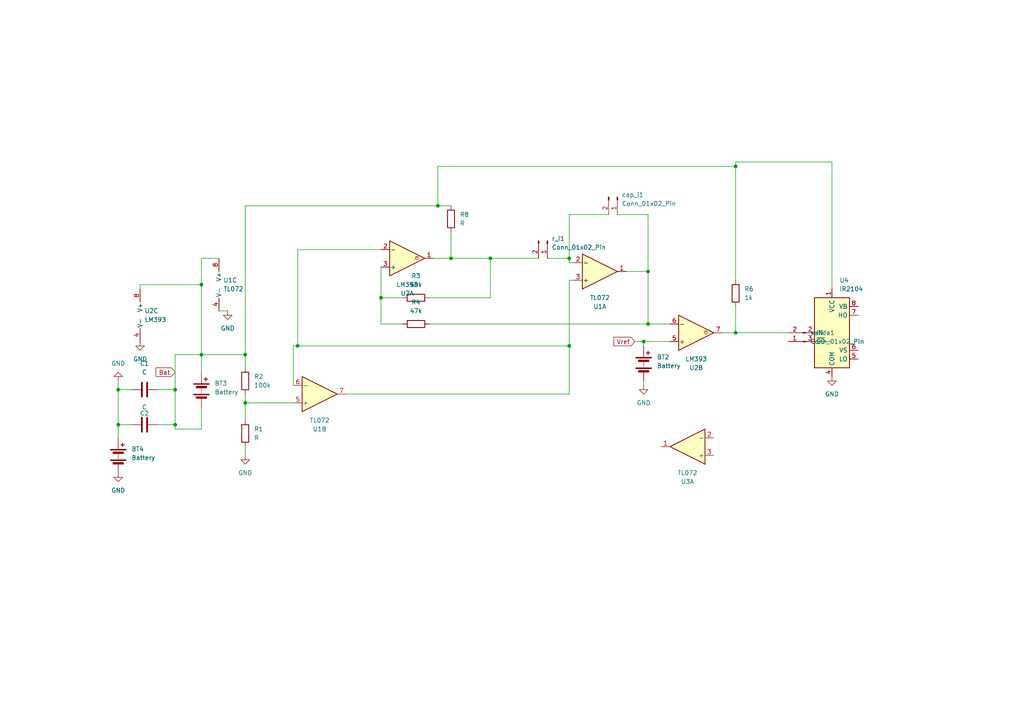
<source format=kicad_sch>
(kicad_sch
	(version 20250114)
	(generator "eeschema")
	(generator_version "9.0")
	(uuid "17eee627-bc3f-46bd-a929-8340eabad878")
	(paper "A4")
	(lib_symbols
		(symbol "Amplifier_Operational:TL072"
			(pin_names
				(offset 0.127)
			)
			(exclude_from_sim no)
			(in_bom yes)
			(on_board yes)
			(property "Reference" "U"
				(at 0 5.08 0)
				(effects
					(font
						(size 1.27 1.27)
					)
					(justify left)
				)
			)
			(property "Value" "TL072"
				(at 0 -5.08 0)
				(effects
					(font
						(size 1.27 1.27)
					)
					(justify left)
				)
			)
			(property "Footprint" ""
				(at 0 0 0)
				(effects
					(font
						(size 1.27 1.27)
					)
					(hide yes)
				)
			)
			(property "Datasheet" "http://www.ti.com/lit/ds/symlink/tl071.pdf"
				(at 0 0 0)
				(effects
					(font
						(size 1.27 1.27)
					)
					(hide yes)
				)
			)
			(property "Description" "Dual Low-Noise JFET-Input Operational Amplifiers, DIP-8/SOIC-8"
				(at 0 0 0)
				(effects
					(font
						(size 1.27 1.27)
					)
					(hide yes)
				)
			)
			(property "ki_locked" ""
				(at 0 0 0)
				(effects
					(font
						(size 1.27 1.27)
					)
				)
			)
			(property "ki_keywords" "dual opamp"
				(at 0 0 0)
				(effects
					(font
						(size 1.27 1.27)
					)
					(hide yes)
				)
			)
			(property "ki_fp_filters" "SOIC*3.9x4.9mm*P1.27mm* DIP*W7.62mm* TO*99* OnSemi*Micro8* TSSOP*3x3mm*P0.65mm* TSSOP*4.4x3mm*P0.65mm* MSOP*3x3mm*P0.65mm* SSOP*3.9x4.9mm*P0.635mm* LFCSP*2x2mm*P0.5mm* *SIP* SOIC*5.3x6.2mm*P1.27mm*"
				(at 0 0 0)
				(effects
					(font
						(size 1.27 1.27)
					)
					(hide yes)
				)
			)
			(symbol "TL072_1_1"
				(polyline
					(pts
						(xy -5.08 5.08) (xy 5.08 0) (xy -5.08 -5.08) (xy -5.08 5.08)
					)
					(stroke
						(width 0.254)
						(type default)
					)
					(fill
						(type background)
					)
				)
				(pin input line
					(at -7.62 2.54 0)
					(length 2.54)
					(name "+"
						(effects
							(font
								(size 1.27 1.27)
							)
						)
					)
					(number "3"
						(effects
							(font
								(size 1.27 1.27)
							)
						)
					)
				)
				(pin input line
					(at -7.62 -2.54 0)
					(length 2.54)
					(name "-"
						(effects
							(font
								(size 1.27 1.27)
							)
						)
					)
					(number "2"
						(effects
							(font
								(size 1.27 1.27)
							)
						)
					)
				)
				(pin output line
					(at 7.62 0 180)
					(length 2.54)
					(name "~"
						(effects
							(font
								(size 1.27 1.27)
							)
						)
					)
					(number "1"
						(effects
							(font
								(size 1.27 1.27)
							)
						)
					)
				)
			)
			(symbol "TL072_2_1"
				(polyline
					(pts
						(xy -5.08 5.08) (xy 5.08 0) (xy -5.08 -5.08) (xy -5.08 5.08)
					)
					(stroke
						(width 0.254)
						(type default)
					)
					(fill
						(type background)
					)
				)
				(pin input line
					(at -7.62 2.54 0)
					(length 2.54)
					(name "+"
						(effects
							(font
								(size 1.27 1.27)
							)
						)
					)
					(number "5"
						(effects
							(font
								(size 1.27 1.27)
							)
						)
					)
				)
				(pin input line
					(at -7.62 -2.54 0)
					(length 2.54)
					(name "-"
						(effects
							(font
								(size 1.27 1.27)
							)
						)
					)
					(number "6"
						(effects
							(font
								(size 1.27 1.27)
							)
						)
					)
				)
				(pin output line
					(at 7.62 0 180)
					(length 2.54)
					(name "~"
						(effects
							(font
								(size 1.27 1.27)
							)
						)
					)
					(number "7"
						(effects
							(font
								(size 1.27 1.27)
							)
						)
					)
				)
			)
			(symbol "TL072_3_1"
				(pin power_in line
					(at -2.54 7.62 270)
					(length 3.81)
					(name "V+"
						(effects
							(font
								(size 1.27 1.27)
							)
						)
					)
					(number "8"
						(effects
							(font
								(size 1.27 1.27)
							)
						)
					)
				)
				(pin power_in line
					(at -2.54 -7.62 90)
					(length 3.81)
					(name "V-"
						(effects
							(font
								(size 1.27 1.27)
							)
						)
					)
					(number "4"
						(effects
							(font
								(size 1.27 1.27)
							)
						)
					)
				)
			)
			(embedded_fonts no)
		)
		(symbol "Comparator:LM393"
			(pin_names
				(offset 0.127)
			)
			(exclude_from_sim no)
			(in_bom yes)
			(on_board yes)
			(property "Reference" "U"
				(at 3.81 3.81 0)
				(effects
					(font
						(size 1.27 1.27)
					)
				)
			)
			(property "Value" "LM393"
				(at 6.35 -3.81 0)
				(effects
					(font
						(size 1.27 1.27)
					)
				)
			)
			(property "Footprint" ""
				(at 0 0 0)
				(effects
					(font
						(size 1.27 1.27)
					)
					(hide yes)
				)
			)
			(property "Datasheet" "http://www.ti.com/lit/ds/symlink/lm393.pdf"
				(at 0 0 0)
				(effects
					(font
						(size 1.27 1.27)
					)
					(hide yes)
				)
			)
			(property "Description" "Low-Power, Low-Offset Voltage, Dual Comparators, DIP-8/SOIC-8/TO-99-8"
				(at 0 0 0)
				(effects
					(font
						(size 1.27 1.27)
					)
					(hide yes)
				)
			)
			(property "ki_locked" ""
				(at 0 0 0)
				(effects
					(font
						(size 1.27 1.27)
					)
				)
			)
			(property "ki_keywords" "cmp open collector"
				(at 0 0 0)
				(effects
					(font
						(size 1.27 1.27)
					)
					(hide yes)
				)
			)
			(property "ki_fp_filters" "SOIC*3.9x4.9mm*P1.27mm* DIP*W7.62mm* SOP*5.28x5.23mm*P1.27mm* VSSOP*3x3mm*P0.65mm* TSSOP*4.4x3mm*P0.65mm*"
				(at 0 0 0)
				(effects
					(font
						(size 1.27 1.27)
					)
					(hide yes)
				)
			)
			(symbol "LM393_1_1"
				(polyline
					(pts
						(xy -5.08 5.08) (xy 5.08 0) (xy -5.08 -5.08) (xy -5.08 5.08)
					)
					(stroke
						(width 0.254)
						(type default)
					)
					(fill
						(type background)
					)
				)
				(polyline
					(pts
						(xy 3.302 -0.508) (xy 2.794 -0.508) (xy 3.302 0) (xy 2.794 0.508) (xy 2.286 0) (xy 2.794 -0.508)
						(xy 2.286 -0.508)
					)
					(stroke
						(width 0.127)
						(type default)
					)
					(fill
						(type none)
					)
				)
				(pin input line
					(at -7.62 2.54 0)
					(length 2.54)
					(name "+"
						(effects
							(font
								(size 1.27 1.27)
							)
						)
					)
					(number "3"
						(effects
							(font
								(size 1.27 1.27)
							)
						)
					)
				)
				(pin input line
					(at -7.62 -2.54 0)
					(length 2.54)
					(name "-"
						(effects
							(font
								(size 1.27 1.27)
							)
						)
					)
					(number "2"
						(effects
							(font
								(size 1.27 1.27)
							)
						)
					)
				)
				(pin open_collector line
					(at 7.62 0 180)
					(length 2.54)
					(name "~"
						(effects
							(font
								(size 1.27 1.27)
							)
						)
					)
					(number "1"
						(effects
							(font
								(size 1.27 1.27)
							)
						)
					)
				)
			)
			(symbol "LM393_2_1"
				(polyline
					(pts
						(xy -5.08 5.08) (xy 5.08 0) (xy -5.08 -5.08) (xy -5.08 5.08)
					)
					(stroke
						(width 0.254)
						(type default)
					)
					(fill
						(type background)
					)
				)
				(polyline
					(pts
						(xy 3.302 -0.508) (xy 2.794 -0.508) (xy 3.302 0) (xy 2.794 0.508) (xy 2.286 0) (xy 2.794 -0.508)
						(xy 2.286 -0.508)
					)
					(stroke
						(width 0.127)
						(type default)
					)
					(fill
						(type none)
					)
				)
				(pin input line
					(at -7.62 2.54 0)
					(length 2.54)
					(name "+"
						(effects
							(font
								(size 1.27 1.27)
							)
						)
					)
					(number "5"
						(effects
							(font
								(size 1.27 1.27)
							)
						)
					)
				)
				(pin input line
					(at -7.62 -2.54 0)
					(length 2.54)
					(name "-"
						(effects
							(font
								(size 1.27 1.27)
							)
						)
					)
					(number "6"
						(effects
							(font
								(size 1.27 1.27)
							)
						)
					)
				)
				(pin open_collector line
					(at 7.62 0 180)
					(length 2.54)
					(name "~"
						(effects
							(font
								(size 1.27 1.27)
							)
						)
					)
					(number "7"
						(effects
							(font
								(size 1.27 1.27)
							)
						)
					)
				)
			)
			(symbol "LM393_3_1"
				(pin power_in line
					(at -2.54 7.62 270)
					(length 3.81)
					(name "V+"
						(effects
							(font
								(size 1.27 1.27)
							)
						)
					)
					(number "8"
						(effects
							(font
								(size 1.27 1.27)
							)
						)
					)
				)
				(pin power_in line
					(at -2.54 -7.62 90)
					(length 3.81)
					(name "V-"
						(effects
							(font
								(size 1.27 1.27)
							)
						)
					)
					(number "4"
						(effects
							(font
								(size 1.27 1.27)
							)
						)
					)
				)
			)
			(embedded_fonts no)
		)
		(symbol "Connector:Conn_01x02_Pin"
			(pin_names
				(offset 1.016)
				(hide yes)
			)
			(exclude_from_sim no)
			(in_bom yes)
			(on_board yes)
			(property "Reference" "J"
				(at 0 2.54 0)
				(effects
					(font
						(size 1.27 1.27)
					)
				)
			)
			(property "Value" "Conn_01x02_Pin"
				(at 0 -5.08 0)
				(effects
					(font
						(size 1.27 1.27)
					)
				)
			)
			(property "Footprint" ""
				(at 0 0 0)
				(effects
					(font
						(size 1.27 1.27)
					)
					(hide yes)
				)
			)
			(property "Datasheet" "~"
				(at 0 0 0)
				(effects
					(font
						(size 1.27 1.27)
					)
					(hide yes)
				)
			)
			(property "Description" "Generic connector, single row, 01x02, script generated"
				(at 0 0 0)
				(effects
					(font
						(size 1.27 1.27)
					)
					(hide yes)
				)
			)
			(property "ki_locked" ""
				(at 0 0 0)
				(effects
					(font
						(size 1.27 1.27)
					)
				)
			)
			(property "ki_keywords" "connector"
				(at 0 0 0)
				(effects
					(font
						(size 1.27 1.27)
					)
					(hide yes)
				)
			)
			(property "ki_fp_filters" "Connector*:*_1x??_*"
				(at 0 0 0)
				(effects
					(font
						(size 1.27 1.27)
					)
					(hide yes)
				)
			)
			(symbol "Conn_01x02_Pin_1_1"
				(rectangle
					(start 0.8636 0.127)
					(end 0 -0.127)
					(stroke
						(width 0.1524)
						(type default)
					)
					(fill
						(type outline)
					)
				)
				(rectangle
					(start 0.8636 -2.413)
					(end 0 -2.667)
					(stroke
						(width 0.1524)
						(type default)
					)
					(fill
						(type outline)
					)
				)
				(polyline
					(pts
						(xy 1.27 0) (xy 0.8636 0)
					)
					(stroke
						(width 0.1524)
						(type default)
					)
					(fill
						(type none)
					)
				)
				(polyline
					(pts
						(xy 1.27 -2.54) (xy 0.8636 -2.54)
					)
					(stroke
						(width 0.1524)
						(type default)
					)
					(fill
						(type none)
					)
				)
				(pin passive line
					(at 5.08 0 180)
					(length 3.81)
					(name "Pin_1"
						(effects
							(font
								(size 1.27 1.27)
							)
						)
					)
					(number "1"
						(effects
							(font
								(size 1.27 1.27)
							)
						)
					)
				)
				(pin passive line
					(at 5.08 -2.54 180)
					(length 3.81)
					(name "Pin_2"
						(effects
							(font
								(size 1.27 1.27)
							)
						)
					)
					(number "2"
						(effects
							(font
								(size 1.27 1.27)
							)
						)
					)
				)
			)
			(embedded_fonts no)
		)
		(symbol "Device:Battery"
			(pin_numbers
				(hide yes)
			)
			(pin_names
				(offset 0)
				(hide yes)
			)
			(exclude_from_sim no)
			(in_bom yes)
			(on_board yes)
			(property "Reference" "BT"
				(at 2.54 2.54 0)
				(effects
					(font
						(size 1.27 1.27)
					)
					(justify left)
				)
			)
			(property "Value" "Battery"
				(at 2.54 0 0)
				(effects
					(font
						(size 1.27 1.27)
					)
					(justify left)
				)
			)
			(property "Footprint" ""
				(at 0 1.524 90)
				(effects
					(font
						(size 1.27 1.27)
					)
					(hide yes)
				)
			)
			(property "Datasheet" "~"
				(at 0 1.524 90)
				(effects
					(font
						(size 1.27 1.27)
					)
					(hide yes)
				)
			)
			(property "Description" "Multiple-cell battery"
				(at 0 0 0)
				(effects
					(font
						(size 1.27 1.27)
					)
					(hide yes)
				)
			)
			(property "ki_keywords" "batt voltage-source cell"
				(at 0 0 0)
				(effects
					(font
						(size 1.27 1.27)
					)
					(hide yes)
				)
			)
			(symbol "Battery_0_1"
				(rectangle
					(start -2.286 1.778)
					(end 2.286 1.524)
					(stroke
						(width 0)
						(type default)
					)
					(fill
						(type outline)
					)
				)
				(rectangle
					(start -2.286 -1.27)
					(end 2.286 -1.524)
					(stroke
						(width 0)
						(type default)
					)
					(fill
						(type outline)
					)
				)
				(rectangle
					(start -1.524 1.016)
					(end 1.524 0.508)
					(stroke
						(width 0)
						(type default)
					)
					(fill
						(type outline)
					)
				)
				(rectangle
					(start -1.524 -2.032)
					(end 1.524 -2.54)
					(stroke
						(width 0)
						(type default)
					)
					(fill
						(type outline)
					)
				)
				(polyline
					(pts
						(xy 0 1.778) (xy 0 2.54)
					)
					(stroke
						(width 0)
						(type default)
					)
					(fill
						(type none)
					)
				)
				(polyline
					(pts
						(xy 0 0) (xy 0 0.254)
					)
					(stroke
						(width 0)
						(type default)
					)
					(fill
						(type none)
					)
				)
				(polyline
					(pts
						(xy 0 -0.508) (xy 0 -0.254)
					)
					(stroke
						(width 0)
						(type default)
					)
					(fill
						(type none)
					)
				)
				(polyline
					(pts
						(xy 0 -1.016) (xy 0 -0.762)
					)
					(stroke
						(width 0)
						(type default)
					)
					(fill
						(type none)
					)
				)
				(polyline
					(pts
						(xy 0.762 3.048) (xy 1.778 3.048)
					)
					(stroke
						(width 0.254)
						(type default)
					)
					(fill
						(type none)
					)
				)
				(polyline
					(pts
						(xy 1.27 3.556) (xy 1.27 2.54)
					)
					(stroke
						(width 0.254)
						(type default)
					)
					(fill
						(type none)
					)
				)
			)
			(symbol "Battery_1_1"
				(pin passive line
					(at 0 5.08 270)
					(length 2.54)
					(name "+"
						(effects
							(font
								(size 1.27 1.27)
							)
						)
					)
					(number "1"
						(effects
							(font
								(size 1.27 1.27)
							)
						)
					)
				)
				(pin passive line
					(at 0 -5.08 90)
					(length 2.54)
					(name "-"
						(effects
							(font
								(size 1.27 1.27)
							)
						)
					)
					(number "2"
						(effects
							(font
								(size 1.27 1.27)
							)
						)
					)
				)
			)
			(embedded_fonts no)
		)
		(symbol "Device:C"
			(pin_numbers
				(hide yes)
			)
			(pin_names
				(offset 0.254)
			)
			(exclude_from_sim no)
			(in_bom yes)
			(on_board yes)
			(property "Reference" "C"
				(at 0.635 2.54 0)
				(effects
					(font
						(size 1.27 1.27)
					)
					(justify left)
				)
			)
			(property "Value" "C"
				(at 0.635 -2.54 0)
				(effects
					(font
						(size 1.27 1.27)
					)
					(justify left)
				)
			)
			(property "Footprint" ""
				(at 0.9652 -3.81 0)
				(effects
					(font
						(size 1.27 1.27)
					)
					(hide yes)
				)
			)
			(property "Datasheet" "~"
				(at 0 0 0)
				(effects
					(font
						(size 1.27 1.27)
					)
					(hide yes)
				)
			)
			(property "Description" "Unpolarized capacitor"
				(at 0 0 0)
				(effects
					(font
						(size 1.27 1.27)
					)
					(hide yes)
				)
			)
			(property "ki_keywords" "cap capacitor"
				(at 0 0 0)
				(effects
					(font
						(size 1.27 1.27)
					)
					(hide yes)
				)
			)
			(property "ki_fp_filters" "C_*"
				(at 0 0 0)
				(effects
					(font
						(size 1.27 1.27)
					)
					(hide yes)
				)
			)
			(symbol "C_0_1"
				(polyline
					(pts
						(xy -2.032 0.762) (xy 2.032 0.762)
					)
					(stroke
						(width 0.508)
						(type default)
					)
					(fill
						(type none)
					)
				)
				(polyline
					(pts
						(xy -2.032 -0.762) (xy 2.032 -0.762)
					)
					(stroke
						(width 0.508)
						(type default)
					)
					(fill
						(type none)
					)
				)
			)
			(symbol "C_1_1"
				(pin passive line
					(at 0 3.81 270)
					(length 2.794)
					(name "~"
						(effects
							(font
								(size 1.27 1.27)
							)
						)
					)
					(number "1"
						(effects
							(font
								(size 1.27 1.27)
							)
						)
					)
				)
				(pin passive line
					(at 0 -3.81 90)
					(length 2.794)
					(name "~"
						(effects
							(font
								(size 1.27 1.27)
							)
						)
					)
					(number "2"
						(effects
							(font
								(size 1.27 1.27)
							)
						)
					)
				)
			)
			(embedded_fonts no)
		)
		(symbol "Device:R"
			(pin_numbers
				(hide yes)
			)
			(pin_names
				(offset 0)
			)
			(exclude_from_sim no)
			(in_bom yes)
			(on_board yes)
			(property "Reference" "R"
				(at 2.032 0 90)
				(effects
					(font
						(size 1.27 1.27)
					)
				)
			)
			(property "Value" "R"
				(at 0 0 90)
				(effects
					(font
						(size 1.27 1.27)
					)
				)
			)
			(property "Footprint" ""
				(at -1.778 0 90)
				(effects
					(font
						(size 1.27 1.27)
					)
					(hide yes)
				)
			)
			(property "Datasheet" "~"
				(at 0 0 0)
				(effects
					(font
						(size 1.27 1.27)
					)
					(hide yes)
				)
			)
			(property "Description" "Resistor"
				(at 0 0 0)
				(effects
					(font
						(size 1.27 1.27)
					)
					(hide yes)
				)
			)
			(property "ki_keywords" "R res resistor"
				(at 0 0 0)
				(effects
					(font
						(size 1.27 1.27)
					)
					(hide yes)
				)
			)
			(property "ki_fp_filters" "R_*"
				(at 0 0 0)
				(effects
					(font
						(size 1.27 1.27)
					)
					(hide yes)
				)
			)
			(symbol "R_0_1"
				(rectangle
					(start -1.016 -2.54)
					(end 1.016 2.54)
					(stroke
						(width 0.254)
						(type default)
					)
					(fill
						(type none)
					)
				)
			)
			(symbol "R_1_1"
				(pin passive line
					(at 0 3.81 270)
					(length 1.27)
					(name "~"
						(effects
							(font
								(size 1.27 1.27)
							)
						)
					)
					(number "1"
						(effects
							(font
								(size 1.27 1.27)
							)
						)
					)
				)
				(pin passive line
					(at 0 -3.81 90)
					(length 1.27)
					(name "~"
						(effects
							(font
								(size 1.27 1.27)
							)
						)
					)
					(number "2"
						(effects
							(font
								(size 1.27 1.27)
							)
						)
					)
				)
			)
			(embedded_fonts no)
		)
		(symbol "Driver_FET:IR2104"
			(exclude_from_sim no)
			(in_bom yes)
			(on_board yes)
			(property "Reference" "U"
				(at 1.27 13.335 0)
				(effects
					(font
						(size 1.27 1.27)
					)
					(justify left)
				)
			)
			(property "Value" "IR2104"
				(at 1.27 11.43 0)
				(effects
					(font
						(size 1.27 1.27)
					)
					(justify left)
				)
			)
			(property "Footprint" ""
				(at 0 0 0)
				(effects
					(font
						(size 1.27 1.27)
						(italic yes)
					)
					(hide yes)
				)
			)
			(property "Datasheet" "https://www.infineon.com/dgdl/ir2104.pdf?fileId=5546d462533600a4015355c7c1c31671"
				(at 0 0 0)
				(effects
					(font
						(size 1.27 1.27)
					)
					(hide yes)
				)
			)
			(property "Description" "Half-Bridge Driver, 600V, 210/360mA, PDIP-8/SOIC-8"
				(at 0 0 0)
				(effects
					(font
						(size 1.27 1.27)
					)
					(hide yes)
				)
			)
			(property "ki_keywords" "Gate Driver"
				(at 0 0 0)
				(effects
					(font
						(size 1.27 1.27)
					)
					(hide yes)
				)
			)
			(property "ki_fp_filters" "SOIC*3.9x4.9mm*P1.27mm* DIP*W7.62mm*"
				(at 0 0 0)
				(effects
					(font
						(size 1.27 1.27)
					)
					(hide yes)
				)
			)
			(symbol "IR2104_0_1"
				(rectangle
					(start -5.08 -10.16)
					(end 5.08 10.16)
					(stroke
						(width 0.254)
						(type default)
					)
					(fill
						(type background)
					)
				)
			)
			(symbol "IR2104_1_1"
				(pin input line
					(at -7.62 0 0)
					(length 2.54)
					(name "IN"
						(effects
							(font
								(size 1.27 1.27)
							)
						)
					)
					(number "2"
						(effects
							(font
								(size 1.27 1.27)
							)
						)
					)
				)
				(pin input line
					(at -7.62 -2.54 0)
					(length 2.54)
					(name "~{SD}"
						(effects
							(font
								(size 1.27 1.27)
							)
						)
					)
					(number "3"
						(effects
							(font
								(size 1.27 1.27)
							)
						)
					)
				)
				(pin power_in line
					(at 0 12.7 270)
					(length 2.54)
					(name "VCC"
						(effects
							(font
								(size 1.27 1.27)
							)
						)
					)
					(number "1"
						(effects
							(font
								(size 1.27 1.27)
							)
						)
					)
				)
				(pin power_in line
					(at 0 -12.7 90)
					(length 2.54)
					(name "COM"
						(effects
							(font
								(size 1.27 1.27)
							)
						)
					)
					(number "4"
						(effects
							(font
								(size 1.27 1.27)
							)
						)
					)
				)
				(pin passive line
					(at 7.62 7.62 180)
					(length 2.54)
					(name "VB"
						(effects
							(font
								(size 1.27 1.27)
							)
						)
					)
					(number "8"
						(effects
							(font
								(size 1.27 1.27)
							)
						)
					)
				)
				(pin output line
					(at 7.62 5.08 180)
					(length 2.54)
					(name "HO"
						(effects
							(font
								(size 1.27 1.27)
							)
						)
					)
					(number "7"
						(effects
							(font
								(size 1.27 1.27)
							)
						)
					)
				)
				(pin passive line
					(at 7.62 -5.08 180)
					(length 2.54)
					(name "VS"
						(effects
							(font
								(size 1.27 1.27)
							)
						)
					)
					(number "6"
						(effects
							(font
								(size 1.27 1.27)
							)
						)
					)
				)
				(pin output line
					(at 7.62 -7.62 180)
					(length 2.54)
					(name "LO"
						(effects
							(font
								(size 1.27 1.27)
							)
						)
					)
					(number "5"
						(effects
							(font
								(size 1.27 1.27)
							)
						)
					)
				)
			)
			(embedded_fonts no)
		)
		(symbol "power:GND"
			(power)
			(pin_numbers
				(hide yes)
			)
			(pin_names
				(offset 0)
				(hide yes)
			)
			(exclude_from_sim no)
			(in_bom yes)
			(on_board yes)
			(property "Reference" "#PWR"
				(at 0 -6.35 0)
				(effects
					(font
						(size 1.27 1.27)
					)
					(hide yes)
				)
			)
			(property "Value" "GND"
				(at 0 -3.81 0)
				(effects
					(font
						(size 1.27 1.27)
					)
				)
			)
			(property "Footprint" ""
				(at 0 0 0)
				(effects
					(font
						(size 1.27 1.27)
					)
					(hide yes)
				)
			)
			(property "Datasheet" ""
				(at 0 0 0)
				(effects
					(font
						(size 1.27 1.27)
					)
					(hide yes)
				)
			)
			(property "Description" "Power symbol creates a global label with name \"GND\" , ground"
				(at 0 0 0)
				(effects
					(font
						(size 1.27 1.27)
					)
					(hide yes)
				)
			)
			(property "ki_keywords" "global power"
				(at 0 0 0)
				(effects
					(font
						(size 1.27 1.27)
					)
					(hide yes)
				)
			)
			(symbol "GND_0_1"
				(polyline
					(pts
						(xy 0 0) (xy 0 -1.27) (xy 1.27 -1.27) (xy 0 -2.54) (xy -1.27 -1.27) (xy 0 -1.27)
					)
					(stroke
						(width 0)
						(type default)
					)
					(fill
						(type none)
					)
				)
			)
			(symbol "GND_1_1"
				(pin power_in line
					(at 0 0 270)
					(length 0)
					(name "~"
						(effects
							(font
								(size 1.27 1.27)
							)
						)
					)
					(number "1"
						(effects
							(font
								(size 1.27 1.27)
							)
						)
					)
				)
			)
			(embedded_fonts no)
		)
	)
	(junction
		(at 186.69 99.06)
		(diameter 0)
		(color 0 0 0 0)
		(uuid "1f849616-a5b7-402d-90bf-3e3e27b40008")
	)
	(junction
		(at 110.49 86.36)
		(diameter 0)
		(color 0 0 0 0)
		(uuid "231d5919-d8b3-443b-a5f7-76f1899d3b9f")
	)
	(junction
		(at 86.36 100.33)
		(diameter 0)
		(color 0 0 0 0)
		(uuid "27a980d3-f2aa-4896-92a1-562708249a68")
	)
	(junction
		(at 34.29 113.03)
		(diameter 0)
		(color 0 0 0 0)
		(uuid "2afae91d-599e-44d4-a9c0-b1e399b75dbb")
	)
	(junction
		(at 130.81 74.93)
		(diameter 0)
		(color 0 0 0 0)
		(uuid "2bce827f-6057-4d1a-a021-fb42f5d9b44d")
	)
	(junction
		(at 58.42 82.55)
		(diameter 0)
		(color 0 0 0 0)
		(uuid "33d65ac8-d78b-43bb-8bf9-eda4a0d2d533")
	)
	(junction
		(at 165.1 74.93)
		(diameter 0)
		(color 0 0 0 0)
		(uuid "3b4f80cc-b4fd-4e96-ade0-4a217b23c7d5")
	)
	(junction
		(at 58.42 102.87)
		(diameter 0)
		(color 0 0 0 0)
		(uuid "432f8922-8733-4a52-8986-19ca9b51d881")
	)
	(junction
		(at 50.8 123.19)
		(diameter 0)
		(color 0 0 0 0)
		(uuid "5047036b-18a0-44d4-b977-abf3db45a46e")
	)
	(junction
		(at 34.29 123.19)
		(diameter 0)
		(color 0 0 0 0)
		(uuid "540c64c4-4e11-4e8d-8cc2-ac944f5b5970")
	)
	(junction
		(at 187.96 93.98)
		(diameter 0)
		(color 0 0 0 0)
		(uuid "62c311b6-29e9-4f82-bcbd-423b818743ea")
	)
	(junction
		(at 127 59.69)
		(diameter 0)
		(color 0 0 0 0)
		(uuid "6b8b06e2-9d45-499e-9bc0-2ff0539aaf74")
	)
	(junction
		(at 187.96 78.74)
		(diameter 0)
		(color 0 0 0 0)
		(uuid "84c10aa2-6e07-49e3-97e9-9d09db9f706a")
	)
	(junction
		(at 165.1 100.33)
		(diameter 0)
		(color 0 0 0 0)
		(uuid "af19137a-e014-43d0-a0af-51a75aa18089")
	)
	(junction
		(at 71.12 102.87)
		(diameter 0)
		(color 0 0 0 0)
		(uuid "bae1835b-f27f-4555-9f23-21294c60de66")
	)
	(junction
		(at 213.36 48.26)
		(diameter 0)
		(color 0 0 0 0)
		(uuid "bec32a82-99f3-4da6-b3a4-e64e49f42d4c")
	)
	(junction
		(at 50.8 113.03)
		(diameter 0)
		(color 0 0 0 0)
		(uuid "c1ba49db-f7ef-4aac-8570-e8de00cfd009")
	)
	(junction
		(at 213.36 96.52)
		(diameter 0)
		(color 0 0 0 0)
		(uuid "cc41e59d-1e8b-4024-8913-4c7de67a9273")
	)
	(junction
		(at 71.12 116.84)
		(diameter 0)
		(color 0 0 0 0)
		(uuid "dc503e1e-bfec-4dc7-ab8a-cb355db00a13")
	)
	(junction
		(at 142.24 74.93)
		(diameter 0)
		(color 0 0 0 0)
		(uuid "e5f14dd5-df28-433b-9f4f-86ca4d9daae1")
	)
	(wire
		(pts
			(xy 71.12 59.69) (xy 127 59.69)
		)
		(stroke
			(width 0)
			(type default)
		)
		(uuid "00cb0fe0-e035-4e59-9d78-44b6c0bff9d7")
	)
	(wire
		(pts
			(xy 58.42 102.87) (xy 58.42 82.55)
		)
		(stroke
			(width 0)
			(type default)
		)
		(uuid "029a9c53-87b6-480e-9fe3-47190eef0895")
	)
	(wire
		(pts
			(xy 186.69 99.06) (xy 194.31 99.06)
		)
		(stroke
			(width 0)
			(type default)
		)
		(uuid "050103ec-ee0e-4d8a-9470-37d862685644")
	)
	(wire
		(pts
			(xy 50.8 113.03) (xy 50.8 123.19)
		)
		(stroke
			(width 0)
			(type default)
		)
		(uuid "057b4d9b-a623-41f5-acb3-c439ce872069")
	)
	(wire
		(pts
			(xy 142.24 74.93) (xy 156.21 74.93)
		)
		(stroke
			(width 0)
			(type default)
		)
		(uuid "0c95ced1-11f8-4362-be8c-0d0c66afa723")
	)
	(wire
		(pts
			(xy 124.46 93.98) (xy 187.96 93.98)
		)
		(stroke
			(width 0)
			(type default)
		)
		(uuid "12fd6866-8479-477d-b286-52e485c2270d")
	)
	(wire
		(pts
			(xy 165.1 76.2) (xy 165.1 74.93)
		)
		(stroke
			(width 0)
			(type default)
		)
		(uuid "15651c12-25aa-4b26-a7d5-5f8d108c81cb")
	)
	(wire
		(pts
			(xy 71.12 102.87) (xy 71.12 106.68)
		)
		(stroke
			(width 0)
			(type default)
		)
		(uuid "27ae9229-2678-4eff-a10b-df003a08b83a")
	)
	(wire
		(pts
			(xy 142.24 86.36) (xy 142.24 74.93)
		)
		(stroke
			(width 0)
			(type default)
		)
		(uuid "2a7df99d-3713-4415-876c-9a5775570597")
	)
	(wire
		(pts
			(xy 34.29 123.19) (xy 34.29 127)
		)
		(stroke
			(width 0)
			(type default)
		)
		(uuid "2b8bd433-d598-4dfe-a5d4-e1e83993a790")
	)
	(wire
		(pts
			(xy 86.36 72.39) (xy 110.49 72.39)
		)
		(stroke
			(width 0)
			(type default)
		)
		(uuid "2db29c0c-c76f-47f5-a73e-81bfae242f9f")
	)
	(wire
		(pts
			(xy 165.1 81.28) (xy 165.1 100.33)
		)
		(stroke
			(width 0)
			(type default)
		)
		(uuid "475a4ea7-71e8-4a2a-8c8c-f7acd9d570b4")
	)
	(wire
		(pts
			(xy 110.49 86.36) (xy 116.84 86.36)
		)
		(stroke
			(width 0)
			(type default)
		)
		(uuid "48195463-2c4a-422c-b42d-786267b3d5f8")
	)
	(wire
		(pts
			(xy 40.64 82.55) (xy 40.64 83.82)
		)
		(stroke
			(width 0)
			(type default)
		)
		(uuid "4ed70184-b347-47b8-9b10-155a50be3ddd")
	)
	(wire
		(pts
			(xy 125.73 74.93) (xy 130.81 74.93)
		)
		(stroke
			(width 0)
			(type default)
		)
		(uuid "51b8db8c-10c1-4a86-a2a5-31954eddc89b")
	)
	(wire
		(pts
			(xy 127 59.69) (xy 127 48.26)
		)
		(stroke
			(width 0)
			(type default)
		)
		(uuid "54d0cc3b-d84b-46e6-88e4-10d4084c40cf")
	)
	(wire
		(pts
			(xy 209.55 96.52) (xy 213.36 96.52)
		)
		(stroke
			(width 0)
			(type default)
		)
		(uuid "559de702-a01a-4e7d-ae0f-93f07ac3e23b")
	)
	(wire
		(pts
			(xy 58.42 124.46) (xy 50.8 124.46)
		)
		(stroke
			(width 0)
			(type default)
		)
		(uuid "5653f976-4b32-428d-8ad6-94e0ee535386")
	)
	(wire
		(pts
			(xy 158.75 74.93) (xy 165.1 74.93)
		)
		(stroke
			(width 0)
			(type default)
		)
		(uuid "567fbd52-932d-4c85-970b-877b9d5bcb80")
	)
	(wire
		(pts
			(xy 58.42 82.55) (xy 40.64 82.55)
		)
		(stroke
			(width 0)
			(type default)
		)
		(uuid "57582421-1e26-4df8-a585-b2c2300074fe")
	)
	(wire
		(pts
			(xy 50.8 124.46) (xy 50.8 123.19)
		)
		(stroke
			(width 0)
			(type default)
		)
		(uuid "57d3cf3f-92b3-4aa6-96f7-c3997096544f")
	)
	(wire
		(pts
			(xy 58.42 74.93) (xy 63.5 74.93)
		)
		(stroke
			(width 0)
			(type default)
		)
		(uuid "5aec6ae3-f806-4b9f-aa01-17081e5b8239")
	)
	(wire
		(pts
			(xy 184.15 99.06) (xy 186.69 99.06)
		)
		(stroke
			(width 0)
			(type default)
		)
		(uuid "5ce9f6cc-44a0-467f-a74a-faf6bba49195")
	)
	(wire
		(pts
			(xy 110.49 77.47) (xy 110.49 86.36)
		)
		(stroke
			(width 0)
			(type default)
		)
		(uuid "5fd16b4b-eab7-49ef-82fb-c9030c311d3c")
	)
	(wire
		(pts
			(xy 58.42 102.87) (xy 71.12 102.87)
		)
		(stroke
			(width 0)
			(type default)
		)
		(uuid "64ad14bd-b05d-4813-a445-2d7fec0783ef")
	)
	(wire
		(pts
			(xy 85.09 111.76) (xy 85.09 100.33)
		)
		(stroke
			(width 0)
			(type default)
		)
		(uuid "650c6a5a-96c5-4a64-964c-6daaeee01975")
	)
	(wire
		(pts
			(xy 50.8 102.87) (xy 58.42 102.87)
		)
		(stroke
			(width 0)
			(type default)
		)
		(uuid "753f8261-201b-4db3-8a8f-6bab577a2553")
	)
	(wire
		(pts
			(xy 127 48.26) (xy 213.36 48.26)
		)
		(stroke
			(width 0)
			(type default)
		)
		(uuid "79342fe3-32a4-443c-b907-94b60cfb9382")
	)
	(wire
		(pts
			(xy 34.29 123.19) (xy 38.1 123.19)
		)
		(stroke
			(width 0)
			(type default)
		)
		(uuid "8015011a-d032-41d2-a8fd-c9518bc32d59")
	)
	(wire
		(pts
			(xy 236.22 99.06) (xy 241.3 99.06)
		)
		(stroke
			(width 0)
			(type default)
		)
		(uuid "85e311d2-1ddb-440c-97e3-e2d2ab90724c")
	)
	(wire
		(pts
			(xy 71.12 129.54) (xy 71.12 132.08)
		)
		(stroke
			(width 0)
			(type default)
		)
		(uuid "8fb66898-2f68-45ea-a94c-c46a562e59e1")
	)
	(wire
		(pts
			(xy 181.61 78.74) (xy 187.96 78.74)
		)
		(stroke
			(width 0)
			(type default)
		)
		(uuid "90fbf3de-eada-4559-bb24-b65c22c1a421")
	)
	(wire
		(pts
			(xy 63.5 90.17) (xy 66.04 90.17)
		)
		(stroke
			(width 0)
			(type default)
		)
		(uuid "92d7b312-4aea-44a8-aeca-d54672981418")
	)
	(wire
		(pts
			(xy 213.36 96.52) (xy 228.6 96.52)
		)
		(stroke
			(width 0)
			(type default)
		)
		(uuid "9344a09e-505b-455f-ab76-71d6848b7ed9")
	)
	(wire
		(pts
			(xy 165.1 62.23) (xy 176.53 62.23)
		)
		(stroke
			(width 0)
			(type default)
		)
		(uuid "94c39354-79c0-4967-bf88-19809e684ded")
	)
	(wire
		(pts
			(xy 186.69 110.49) (xy 186.69 111.76)
		)
		(stroke
			(width 0)
			(type default)
		)
		(uuid "9a985b63-147f-40de-b8d1-939e3654f1d2")
	)
	(wire
		(pts
			(xy 34.29 113.03) (xy 38.1 113.03)
		)
		(stroke
			(width 0)
			(type default)
		)
		(uuid "9c9a8e9a-e4c9-46f4-9770-aaa2169ad051")
	)
	(wire
		(pts
			(xy 165.1 81.28) (xy 166.37 81.28)
		)
		(stroke
			(width 0)
			(type default)
		)
		(uuid "a10e334a-0c70-412a-b0d1-1e2ace790ba4")
	)
	(wire
		(pts
			(xy 58.42 124.46) (xy 58.42 118.11)
		)
		(stroke
			(width 0)
			(type default)
		)
		(uuid "a9139970-8795-457f-a152-49db3859bff4")
	)
	(wire
		(pts
			(xy 34.29 113.03) (xy 34.29 123.19)
		)
		(stroke
			(width 0)
			(type default)
		)
		(uuid "ae3ae1e5-09eb-41fb-9200-3ea430c1d2ec")
	)
	(wire
		(pts
			(xy 45.72 123.19) (xy 50.8 123.19)
		)
		(stroke
			(width 0)
			(type default)
		)
		(uuid "b2e62a61-6c73-46da-8a53-e88e63850a97")
	)
	(wire
		(pts
			(xy 110.49 86.36) (xy 110.49 93.98)
		)
		(stroke
			(width 0)
			(type default)
		)
		(uuid "b31a93c6-4bed-4fa1-a52e-c21a711c8b07")
	)
	(wire
		(pts
			(xy 71.12 116.84) (xy 85.09 116.84)
		)
		(stroke
			(width 0)
			(type default)
		)
		(uuid "bb6a48a1-2fd2-4175-ad17-ae70886e6782")
	)
	(wire
		(pts
			(xy 187.96 62.23) (xy 187.96 78.74)
		)
		(stroke
			(width 0)
			(type default)
		)
		(uuid "bd9a1cdf-1643-429a-bd23-5d36768ef0ea")
	)
	(wire
		(pts
			(xy 130.81 67.31) (xy 130.81 74.93)
		)
		(stroke
			(width 0)
			(type default)
		)
		(uuid "bf83021d-6bc8-4e2e-ab03-1f316016fc03")
	)
	(wire
		(pts
			(xy 165.1 76.2) (xy 166.37 76.2)
		)
		(stroke
			(width 0)
			(type default)
		)
		(uuid "c2fefbb1-8adf-44ea-a418-0eeee729499c")
	)
	(wire
		(pts
			(xy 241.3 83.82) (xy 241.3 46.99)
		)
		(stroke
			(width 0)
			(type default)
		)
		(uuid "c38edfbc-de82-47e8-8969-07971606ad9d")
	)
	(wire
		(pts
			(xy 71.12 102.87) (xy 71.12 59.69)
		)
		(stroke
			(width 0)
			(type default)
		)
		(uuid "c6cf5dea-bee4-4ca7-9980-9c71ef817a00")
	)
	(wire
		(pts
			(xy 86.36 100.33) (xy 86.36 72.39)
		)
		(stroke
			(width 0)
			(type default)
		)
		(uuid "c921a741-a6e8-46c0-b736-24bcb6161475")
	)
	(wire
		(pts
			(xy 100.33 114.3) (xy 165.1 114.3)
		)
		(stroke
			(width 0)
			(type default)
		)
		(uuid "c9379c07-d041-4fab-89de-dc9aa74a08fc")
	)
	(wire
		(pts
			(xy 110.49 93.98) (xy 116.84 93.98)
		)
		(stroke
			(width 0)
			(type default)
		)
		(uuid "c99485d9-306e-4fad-9559-5b9036606c5f")
	)
	(wire
		(pts
			(xy 179.07 62.23) (xy 187.96 62.23)
		)
		(stroke
			(width 0)
			(type default)
		)
		(uuid "ca30186a-6827-4446-ac36-6f1f2005b175")
	)
	(wire
		(pts
			(xy 165.1 100.33) (xy 165.1 114.3)
		)
		(stroke
			(width 0)
			(type default)
		)
		(uuid "ccbba4e3-18dd-4cfe-b4a5-b2e708916a28")
	)
	(wire
		(pts
			(xy 71.12 116.84) (xy 71.12 121.92)
		)
		(stroke
			(width 0)
			(type default)
		)
		(uuid "ce12f8b0-7c02-4a94-bae7-f8fdd1148c1d")
	)
	(wire
		(pts
			(xy 187.96 78.74) (xy 187.96 93.98)
		)
		(stroke
			(width 0)
			(type default)
		)
		(uuid "cfa5ea25-fb0f-4083-8c4a-f388eec349ad")
	)
	(wire
		(pts
			(xy 50.8 113.03) (xy 50.8 102.87)
		)
		(stroke
			(width 0)
			(type default)
		)
		(uuid "d08be5a7-8aca-4e1b-b832-a608689c5559")
	)
	(wire
		(pts
			(xy 130.81 74.93) (xy 142.24 74.93)
		)
		(stroke
			(width 0)
			(type default)
		)
		(uuid "d60105d6-bf03-4ed9-9403-21d27b8ce0ab")
	)
	(wire
		(pts
			(xy 34.29 110.49) (xy 34.29 113.03)
		)
		(stroke
			(width 0)
			(type default)
		)
		(uuid "d7f36ae6-dded-4e1c-b1a1-238b11527039")
	)
	(wire
		(pts
			(xy 71.12 114.3) (xy 71.12 116.84)
		)
		(stroke
			(width 0)
			(type default)
		)
		(uuid "d893d9ee-d7ac-4cfc-9b68-2aa28b1ac7ff")
	)
	(wire
		(pts
			(xy 213.36 88.9) (xy 213.36 96.52)
		)
		(stroke
			(width 0)
			(type default)
		)
		(uuid "d8d8a92c-36ea-4b39-9b10-26b84b154c4f")
	)
	(wire
		(pts
			(xy 213.36 48.26) (xy 213.36 81.28)
		)
		(stroke
			(width 0)
			(type default)
		)
		(uuid "db4eab16-29f2-447d-b80a-ce8e114a0e76")
	)
	(wire
		(pts
			(xy 241.3 46.99) (xy 213.36 46.99)
		)
		(stroke
			(width 0)
			(type default)
		)
		(uuid "e0a934f8-db42-422a-91b9-9a6adc51abd4")
	)
	(wire
		(pts
			(xy 213.36 46.99) (xy 213.36 48.26)
		)
		(stroke
			(width 0)
			(type default)
		)
		(uuid "e479daac-bc24-46d9-837e-e033b5b0a212")
	)
	(wire
		(pts
			(xy 58.42 82.55) (xy 58.42 74.93)
		)
		(stroke
			(width 0)
			(type default)
		)
		(uuid "ede98640-117b-4e20-9047-c1752c7aed50")
	)
	(wire
		(pts
			(xy 124.46 86.36) (xy 142.24 86.36)
		)
		(stroke
			(width 0)
			(type default)
		)
		(uuid "efb710e2-6ada-4cbe-a734-95f997d90e22")
	)
	(wire
		(pts
			(xy 85.09 100.33) (xy 86.36 100.33)
		)
		(stroke
			(width 0)
			(type default)
		)
		(uuid "f0cc1548-da41-4def-8f6c-2f7708963eb5")
	)
	(wire
		(pts
			(xy 186.69 99.06) (xy 186.69 100.33)
		)
		(stroke
			(width 0)
			(type default)
		)
		(uuid "f3244e25-c4e7-4877-a19f-5498a5880278")
	)
	(wire
		(pts
			(xy 187.96 93.98) (xy 194.31 93.98)
		)
		(stroke
			(width 0)
			(type default)
		)
		(uuid "f6f0c7f5-79ac-43d2-b0f9-ca47e21f8c25")
	)
	(wire
		(pts
			(xy 58.42 107.95) (xy 58.42 102.87)
		)
		(stroke
			(width 0)
			(type default)
		)
		(uuid "f976dc39-664b-48ae-9584-b8276c792251")
	)
	(wire
		(pts
			(xy 45.72 113.03) (xy 50.8 113.03)
		)
		(stroke
			(width 0)
			(type default)
		)
		(uuid "f9dbcd42-4d74-4d98-8a57-47e5b9b3c341")
	)
	(wire
		(pts
			(xy 86.36 100.33) (xy 165.1 100.33)
		)
		(stroke
			(width 0)
			(type default)
		)
		(uuid "fa7a61e1-1c5e-4fb9-aaac-289d367b2f9f")
	)
	(wire
		(pts
			(xy 127 59.69) (xy 130.81 59.69)
		)
		(stroke
			(width 0)
			(type default)
		)
		(uuid "ff2dc5f1-e0b3-42e5-94ca-6a3458ee41a4")
	)
	(wire
		(pts
			(xy 165.1 74.93) (xy 165.1 62.23)
		)
		(stroke
			(width 0)
			(type default)
		)
		(uuid "ff9c73c1-4a3c-465e-a057-4885f7d04b96")
	)
	(global_label "Vref"
		(shape input)
		(at 184.15 99.06 180)
		(fields_autoplaced yes)
		(effects
			(font
				(size 1.27 1.27)
			)
			(justify right)
		)
		(uuid "86f90454-cd3a-4d4e-a0de-f118651c7d57")
		(property "Intersheetrefs" "${INTERSHEET_REFS}"
			(at 177.4757 99.06 0)
			(effects
				(font
					(size 1.27 1.27)
				)
				(justify right)
				(hide yes)
			)
		)
	)
	(global_label "Bat"
		(shape input)
		(at 50.8 107.95 180)
		(fields_autoplaced yes)
		(effects
			(font
				(size 1.27 1.27)
			)
			(justify right)
		)
		(uuid "a91605aa-91de-46ad-8820-fcb7e41407a9")
		(property "Intersheetrefs" "${INTERSHEET_REFS}"
			(at 44.6701 107.95 0)
			(effects
				(font
					(size 1.27 1.27)
				)
				(justify right)
				(hide yes)
			)
		)
	)
	(symbol
		(lib_id "Device:R")
		(at 213.36 85.09 180)
		(unit 1)
		(exclude_from_sim no)
		(in_bom yes)
		(on_board yes)
		(dnp no)
		(fields_autoplaced yes)
		(uuid "0b3ed18d-4305-4429-964a-1fd727171064")
		(property "Reference" "R6"
			(at 215.9 83.8199 0)
			(effects
				(font
					(size 1.27 1.27)
				)
				(justify right)
			)
		)
		(property "Value" "1k"
			(at 215.9 86.3599 0)
			(effects
				(font
					(size 1.27 1.27)
				)
				(justify right)
			)
		)
		(property "Footprint" "Resistor_THT:R_Axial_DIN0207_L6.3mm_D2.5mm_P7.62mm_Horizontal"
			(at 215.138 85.09 90)
			(effects
				(font
					(size 1.27 1.27)
				)
				(hide yes)
			)
		)
		(property "Datasheet" "~"
			(at 213.36 85.09 0)
			(effects
				(font
					(size 1.27 1.27)
				)
				(hide yes)
			)
		)
		(property "Description" "Resistor"
			(at 213.36 85.09 0)
			(effects
				(font
					(size 1.27 1.27)
				)
				(hide yes)
			)
		)
		(pin "1"
			(uuid "1881a007-f35b-475b-8a94-8049f9c0f0ab")
		)
		(pin "2"
			(uuid "9464250b-2408-46cc-9bcc-f003fb8b666e")
		)
		(instances
			(project "pcb_check4_pwm"
				(path "/17eee627-bc3f-46bd-a929-8340eabad878"
					(reference "R6")
					(unit 1)
				)
			)
		)
	)
	(symbol
		(lib_id "Device:C")
		(at 41.91 113.03 90)
		(unit 1)
		(exclude_from_sim no)
		(in_bom yes)
		(on_board yes)
		(dnp no)
		(fields_autoplaced yes)
		(uuid "0efa8d07-c328-49a9-b33a-230f4fe228be")
		(property "Reference" "C1"
			(at 41.91 105.41 90)
			(effects
				(font
					(size 1.27 1.27)
				)
			)
		)
		(property "Value" "C"
			(at 41.91 107.95 90)
			(effects
				(font
					(size 1.27 1.27)
				)
			)
		)
		(property "Footprint" "Capacitor_THT:C_Disc_D7.5mm_W2.5mm_P5.00mm"
			(at 45.72 112.0648 0)
			(effects
				(font
					(size 1.27 1.27)
				)
				(hide yes)
			)
		)
		(property "Datasheet" "~"
			(at 41.91 113.03 0)
			(effects
				(font
					(size 1.27 1.27)
				)
				(hide yes)
			)
		)
		(property "Description" "Unpolarized capacitor"
			(at 41.91 113.03 0)
			(effects
				(font
					(size 1.27 1.27)
				)
				(hide yes)
			)
		)
		(pin "1"
			(uuid "8311d77f-d9d9-4fc5-82cc-47566026c292")
		)
		(pin "2"
			(uuid "2c778da3-6710-47ba-b3d3-3935d46184f5")
		)
		(instances
			(project ""
				(path "/17eee627-bc3f-46bd-a929-8340eabad878"
					(reference "C1")
					(unit 1)
				)
			)
		)
	)
	(symbol
		(lib_id "Comparator:LM393")
		(at 43.18 91.44 0)
		(unit 3)
		(exclude_from_sim no)
		(in_bom yes)
		(on_board yes)
		(dnp no)
		(fields_autoplaced yes)
		(uuid "1f738962-5655-42c9-8089-7c9c3b7b5ed1")
		(property "Reference" "U2"
			(at 41.91 90.1699 0)
			(effects
				(font
					(size 1.27 1.27)
				)
				(justify left)
			)
		)
		(property "Value" "LM393"
			(at 41.91 92.7099 0)
			(effects
				(font
					(size 1.27 1.27)
				)
				(justify left)
			)
		)
		(property "Footprint" "Package_DIP:CERDIP-8_W7.62mm_SideBrazed_LongPads"
			(at 43.18 91.44 0)
			(effects
				(font
					(size 1.27 1.27)
				)
				(hide yes)
			)
		)
		(property "Datasheet" "http://www.ti.com/lit/ds/symlink/lm393.pdf"
			(at 43.18 91.44 0)
			(effects
				(font
					(size 1.27 1.27)
				)
				(hide yes)
			)
		)
		(property "Description" "Low-Power, Low-Offset Voltage, Dual Comparators, DIP-8/SOIC-8/TO-99-8"
			(at 43.18 91.44 0)
			(effects
				(font
					(size 1.27 1.27)
				)
				(hide yes)
			)
		)
		(pin "1"
			(uuid "da528779-926a-4b7d-b28b-6dac23276aa9")
		)
		(pin "2"
			(uuid "559cfca9-b19f-4c11-8bdb-abbf13ca772e")
		)
		(pin "5"
			(uuid "0fc53ac8-1078-4339-a293-6c8ea01365b3")
		)
		(pin "6"
			(uuid "b97f2762-e2c3-46d1-913d-b65ed57260a6")
		)
		(pin "4"
			(uuid "60e80f36-ad57-4598-8c75-391c345f61b6")
		)
		(pin "3"
			(uuid "f95b7db5-42dc-4fdf-bc64-cc63ea88b90e")
		)
		(pin "7"
			(uuid "453944bd-72f6-43d2-8112-a60eedf5bc40")
		)
		(pin "8"
			(uuid "944d73dd-c6f2-45e9-99c9-b1d5ea77133f")
		)
		(instances
			(project ""
				(path "/17eee627-bc3f-46bd-a929-8340eabad878"
					(reference "U2")
					(unit 3)
				)
			)
		)
	)
	(symbol
		(lib_id "Amplifier_Operational:TL072")
		(at 66.04 82.55 0)
		(unit 3)
		(exclude_from_sim no)
		(in_bom yes)
		(on_board yes)
		(dnp no)
		(fields_autoplaced yes)
		(uuid "2486ed4d-9c72-481d-a60f-0e1f6d871b3c")
		(property "Reference" "U1"
			(at 64.77 81.2799 0)
			(effects
				(font
					(size 1.27 1.27)
				)
				(justify left)
			)
		)
		(property "Value" "TL072"
			(at 64.77 83.8199 0)
			(effects
				(font
					(size 1.27 1.27)
				)
				(justify left)
			)
		)
		(property "Footprint" "Package_DIP:CERDIP-8_W7.62mm_SideBrazed_LongPads"
			(at 66.04 82.55 0)
			(effects
				(font
					(size 1.27 1.27)
				)
				(hide yes)
			)
		)
		(property "Datasheet" "http://www.ti.com/lit/ds/symlink/tl071.pdf"
			(at 66.04 82.55 0)
			(effects
				(font
					(size 1.27 1.27)
				)
				(hide yes)
			)
		)
		(property "Description" "Dual Low-Noise JFET-Input Operational Amplifiers, DIP-8/SOIC-8"
			(at 66.04 82.55 0)
			(effects
				(font
					(size 1.27 1.27)
				)
				(hide yes)
			)
		)
		(pin "4"
			(uuid "d1a16428-3af0-4385-ac7b-10355601baac")
		)
		(pin "3"
			(uuid "1c77ad83-4562-488d-8559-21e2d480a835")
		)
		(pin "1"
			(uuid "db60498c-cb4b-4628-9fe4-e76c842a50f3")
		)
		(pin "5"
			(uuid "53c8f490-5eae-4f05-9ad7-dcc05d5a9166")
		)
		(pin "2"
			(uuid "2947e505-f881-4bf8-b6b7-20109037afba")
		)
		(pin "6"
			(uuid "9bdd50f1-a96b-4ed7-a898-1eb2a87fc668")
		)
		(pin "7"
			(uuid "522f01ef-4f0c-46b2-a5f4-e10aaada09aa")
		)
		(pin "8"
			(uuid "76d0e790-459d-4d82-bd3d-2b127f52c110")
		)
		(instances
			(project ""
				(path "/17eee627-bc3f-46bd-a929-8340eabad878"
					(reference "U1")
					(unit 3)
				)
			)
		)
	)
	(symbol
		(lib_id "Device:Battery")
		(at 186.69 105.41 0)
		(unit 1)
		(exclude_from_sim no)
		(in_bom yes)
		(on_board yes)
		(dnp no)
		(fields_autoplaced yes)
		(uuid "2b3469a6-1517-412b-b15a-953409803b42")
		(property "Reference" "BT2"
			(at 190.5 103.5684 0)
			(effects
				(font
					(size 1.27 1.27)
				)
				(justify left)
			)
		)
		(property "Value" "Battery"
			(at 190.5 106.1084 0)
			(effects
				(font
					(size 1.27 1.27)
				)
				(justify left)
			)
		)
		(property "Footprint" "TerminalBlock:TerminalBlock_bornier-2_P5.08mm"
			(at 186.69 103.886 90)
			(effects
				(font
					(size 1.27 1.27)
				)
				(hide yes)
			)
		)
		(property "Datasheet" "~"
			(at 186.69 103.886 90)
			(effects
				(font
					(size 1.27 1.27)
				)
				(hide yes)
			)
		)
		(property "Description" "Multiple-cell battery"
			(at 186.69 105.41 0)
			(effects
				(font
					(size 1.27 1.27)
				)
				(hide yes)
			)
		)
		(pin "2"
			(uuid "ba9975be-3712-498f-b882-48362a787c2f")
		)
		(pin "1"
			(uuid "3bd32ef8-27a4-4f77-beec-5040d89996ab")
		)
		(instances
			(project "pcb_check4_pwm"
				(path "/17eee627-bc3f-46bd-a929-8340eabad878"
					(reference "BT2")
					(unit 1)
				)
			)
		)
	)
	(symbol
		(lib_id "Device:R")
		(at 120.65 86.36 90)
		(unit 1)
		(exclude_from_sim no)
		(in_bom yes)
		(on_board yes)
		(dnp no)
		(fields_autoplaced yes)
		(uuid "33cca27c-9d05-497c-8849-21adc5a30336")
		(property "Reference" "R3"
			(at 120.65 80.01 90)
			(effects
				(font
					(size 1.27 1.27)
				)
			)
		)
		(property "Value" "50k"
			(at 120.65 82.55 90)
			(effects
				(font
					(size 1.27 1.27)
				)
			)
		)
		(property "Footprint" "Resistor_THT:R_Axial_DIN0207_L6.3mm_D2.5mm_P7.62mm_Horizontal"
			(at 120.65 88.138 90)
			(effects
				(font
					(size 1.27 1.27)
				)
				(hide yes)
			)
		)
		(property "Datasheet" "~"
			(at 120.65 86.36 0)
			(effects
				(font
					(size 1.27 1.27)
				)
				(hide yes)
			)
		)
		(property "Description" "Resistor"
			(at 120.65 86.36 0)
			(effects
				(font
					(size 1.27 1.27)
				)
				(hide yes)
			)
		)
		(pin "1"
			(uuid "6a0036cf-636e-4082-bc9c-ab1b1b966e55")
		)
		(pin "2"
			(uuid "16308e4b-6d04-4bfe-b31d-9be7caf14391")
		)
		(instances
			(project "pcb_check4_pwm"
				(path "/17eee627-bc3f-46bd-a929-8340eabad878"
					(reference "R3")
					(unit 1)
				)
			)
		)
	)
	(symbol
		(lib_id "power:GND")
		(at 186.69 111.76 0)
		(unit 1)
		(exclude_from_sim no)
		(in_bom yes)
		(on_board yes)
		(dnp no)
		(fields_autoplaced yes)
		(uuid "427726cd-9f08-4402-8cff-6b43cb5bb4a0")
		(property "Reference" "#PWR01"
			(at 186.69 118.11 0)
			(effects
				(font
					(size 1.27 1.27)
				)
				(hide yes)
			)
		)
		(property "Value" "GND"
			(at 186.69 116.84 0)
			(effects
				(font
					(size 1.27 1.27)
				)
			)
		)
		(property "Footprint" ""
			(at 186.69 111.76 0)
			(effects
				(font
					(size 1.27 1.27)
				)
				(hide yes)
			)
		)
		(property "Datasheet" ""
			(at 186.69 111.76 0)
			(effects
				(font
					(size 1.27 1.27)
				)
				(hide yes)
			)
		)
		(property "Description" "Power symbol creates a global label with name \"GND\" , ground"
			(at 186.69 111.76 0)
			(effects
				(font
					(size 1.27 1.27)
				)
				(hide yes)
			)
		)
		(pin "1"
			(uuid "bfad6c1d-a076-41df-bc1a-451d906e047f")
		)
		(instances
			(project ""
				(path "/17eee627-bc3f-46bd-a929-8340eabad878"
					(reference "#PWR01")
					(unit 1)
				)
			)
		)
	)
	(symbol
		(lib_id "Amplifier_Operational:TL072")
		(at 199.39 129.54 180)
		(unit 1)
		(exclude_from_sim no)
		(in_bom yes)
		(on_board yes)
		(dnp no)
		(uuid "515558e6-e607-426b-89ef-b74b42c76835")
		(property "Reference" "U3"
			(at 199.39 139.7 0)
			(effects
				(font
					(size 1.27 1.27)
				)
			)
		)
		(property "Value" "TL072"
			(at 199.39 137.16 0)
			(effects
				(font
					(size 1.27 1.27)
				)
			)
		)
		(property "Footprint" "Package_DIP:CERDIP-8_W7.62mm_SideBrazed_LongPads"
			(at 199.39 129.54 0)
			(effects
				(font
					(size 1.27 1.27)
				)
				(hide yes)
			)
		)
		(property "Datasheet" "http://www.ti.com/lit/ds/symlink/tl071.pdf"
			(at 199.39 129.54 0)
			(effects
				(font
					(size 1.27 1.27)
				)
				(hide yes)
			)
		)
		(property "Description" "Dual Low-Noise JFET-Input Operational Amplifiers, DIP-8/SOIC-8"
			(at 199.39 129.54 0)
			(effects
				(font
					(size 1.27 1.27)
				)
				(hide yes)
			)
		)
		(pin "5"
			(uuid "f89f1b3e-efe0-49ce-b34c-4d69a7957daa")
		)
		(pin "7"
			(uuid "37c6eced-c881-4717-a99a-699035d2f557")
		)
		(pin "4"
			(uuid "0cf6b129-2e77-4b0e-8afd-ef507a769964")
		)
		(pin "2"
			(uuid "9775be84-126d-418a-8f28-3a2e5a9a214a")
		)
		(pin "3"
			(uuid "486915b5-6d16-49ab-b473-c9b30b3c046a")
		)
		(pin "1"
			(uuid "0a2e56b7-d07f-4f2f-8cd1-ad074b82d567")
		)
		(pin "8"
			(uuid "8a81f3b6-ed99-45fd-ae9d-da8cd351021b")
		)
		(pin "6"
			(uuid "d516f27a-5461-4b7f-9629-6d03b962fbbe")
		)
		(instances
			(project "pcb_check4_pwm"
				(path "/17eee627-bc3f-46bd-a929-8340eabad878"
					(reference "U3")
					(unit 1)
				)
			)
		)
	)
	(symbol
		(lib_id "Amplifier_Operational:TL072")
		(at 173.99 78.74 0)
		(mirror x)
		(unit 1)
		(exclude_from_sim no)
		(in_bom yes)
		(on_board yes)
		(dnp no)
		(uuid "5c32f047-8bd8-4d33-8fb2-73e7d514b2e3")
		(property "Reference" "U1"
			(at 173.99 88.9 0)
			(effects
				(font
					(size 1.27 1.27)
				)
			)
		)
		(property "Value" "TL072"
			(at 173.99 86.36 0)
			(effects
				(font
					(size 1.27 1.27)
				)
			)
		)
		(property "Footprint" "Package_DIP:CERDIP-8_W7.62mm_SideBrazed_LongPads"
			(at 173.99 78.74 0)
			(effects
				(font
					(size 1.27 1.27)
				)
				(hide yes)
			)
		)
		(property "Datasheet" "http://www.ti.com/lit/ds/symlink/tl071.pdf"
			(at 173.99 78.74 0)
			(effects
				(font
					(size 1.27 1.27)
				)
				(hide yes)
			)
		)
		(property "Description" "Dual Low-Noise JFET-Input Operational Amplifiers, DIP-8/SOIC-8"
			(at 173.99 78.74 0)
			(effects
				(font
					(size 1.27 1.27)
				)
				(hide yes)
			)
		)
		(pin "5"
			(uuid "f89f1b3e-efe0-49ce-b34c-4d69a7957daa")
		)
		(pin "7"
			(uuid "37c6eced-c881-4717-a99a-699035d2f557")
		)
		(pin "4"
			(uuid "0cf6b129-2e77-4b0e-8afd-ef507a769964")
		)
		(pin "2"
			(uuid "493fbf35-f70e-4046-9903-7b5a7960dad6")
		)
		(pin "3"
			(uuid "edaf59f0-32f7-4b24-b728-02ecfaf2b003")
		)
		(pin "1"
			(uuid "594439db-71a3-4fba-be10-03cb49064405")
		)
		(pin "8"
			(uuid "8a81f3b6-ed99-45fd-ae9d-da8cd351021b")
		)
		(pin "6"
			(uuid "d516f27a-5461-4b7f-9629-6d03b962fbbe")
		)
		(instances
			(project ""
				(path "/17eee627-bc3f-46bd-a929-8340eabad878"
					(reference "U1")
					(unit 1)
				)
			)
		)
	)
	(symbol
		(lib_id "power:GND")
		(at 34.29 110.49 180)
		(unit 1)
		(exclude_from_sim no)
		(in_bom yes)
		(on_board yes)
		(dnp no)
		(fields_autoplaced yes)
		(uuid "60ed93af-04ec-4253-a6d7-09abec5b5e01")
		(property "Reference" "#PWR010"
			(at 34.29 104.14 0)
			(effects
				(font
					(size 1.27 1.27)
				)
				(hide yes)
			)
		)
		(property "Value" "GND"
			(at 34.29 105.41 0)
			(effects
				(font
					(size 1.27 1.27)
				)
			)
		)
		(property "Footprint" ""
			(at 34.29 110.49 0)
			(effects
				(font
					(size 1.27 1.27)
				)
				(hide yes)
			)
		)
		(property "Datasheet" ""
			(at 34.29 110.49 0)
			(effects
				(font
					(size 1.27 1.27)
				)
				(hide yes)
			)
		)
		(property "Description" "Power symbol creates a global label with name \"GND\" , ground"
			(at 34.29 110.49 0)
			(effects
				(font
					(size 1.27 1.27)
				)
				(hide yes)
			)
		)
		(pin "1"
			(uuid "5027016e-a73c-45cf-b335-f4fd412c4609")
		)
		(instances
			(project "pcb_check4_pwm"
				(path "/17eee627-bc3f-46bd-a929-8340eabad878"
					(reference "#PWR010")
					(unit 1)
				)
			)
		)
	)
	(symbol
		(lib_id "power:GND")
		(at 71.12 132.08 0)
		(unit 1)
		(exclude_from_sim no)
		(in_bom yes)
		(on_board yes)
		(dnp no)
		(fields_autoplaced yes)
		(uuid "6ceb06e9-5d84-430a-b4d9-7efcd5592020")
		(property "Reference" "#PWR04"
			(at 71.12 138.43 0)
			(effects
				(font
					(size 1.27 1.27)
				)
				(hide yes)
			)
		)
		(property "Value" "GND"
			(at 71.12 137.16 0)
			(effects
				(font
					(size 1.27 1.27)
				)
			)
		)
		(property "Footprint" ""
			(at 71.12 132.08 0)
			(effects
				(font
					(size 1.27 1.27)
				)
				(hide yes)
			)
		)
		(property "Datasheet" ""
			(at 71.12 132.08 0)
			(effects
				(font
					(size 1.27 1.27)
				)
				(hide yes)
			)
		)
		(property "Description" "Power symbol creates a global label with name \"GND\" , ground"
			(at 71.12 132.08 0)
			(effects
				(font
					(size 1.27 1.27)
				)
				(hide yes)
			)
		)
		(pin "1"
			(uuid "bcf8a809-76a8-41b3-9a34-d53fc3e96857")
		)
		(instances
			(project ""
				(path "/17eee627-bc3f-46bd-a929-8340eabad878"
					(reference "#PWR04")
					(unit 1)
				)
			)
		)
	)
	(symbol
		(lib_id "Device:R")
		(at 120.65 93.98 90)
		(unit 1)
		(exclude_from_sim no)
		(in_bom yes)
		(on_board yes)
		(dnp no)
		(fields_autoplaced yes)
		(uuid "726eb0de-58d4-4a59-a57d-a1f754206ae6")
		(property "Reference" "R4"
			(at 120.65 87.63 90)
			(effects
				(font
					(size 1.27 1.27)
				)
			)
		)
		(property "Value" "47k"
			(at 120.65 90.17 90)
			(effects
				(font
					(size 1.27 1.27)
				)
			)
		)
		(property "Footprint" "Resistor_THT:R_Axial_DIN0207_L6.3mm_D2.5mm_P7.62mm_Horizontal"
			(at 120.65 95.758 90)
			(effects
				(font
					(size 1.27 1.27)
				)
				(hide yes)
			)
		)
		(property "Datasheet" "~"
			(at 120.65 93.98 0)
			(effects
				(font
					(size 1.27 1.27)
				)
				(hide yes)
			)
		)
		(property "Description" "Resistor"
			(at 120.65 93.98 0)
			(effects
				(font
					(size 1.27 1.27)
				)
				(hide yes)
			)
		)
		(pin "1"
			(uuid "f17c6e2d-4d2b-46d6-b770-4a6b3d4c8b96")
		)
		(pin "2"
			(uuid "7c007010-6420-4bec-a4ca-9b01d10edb6a")
		)
		(instances
			(project "pcb_check4_pwm"
				(path "/17eee627-bc3f-46bd-a929-8340eabad878"
					(reference "R4")
					(unit 1)
				)
			)
		)
	)
	(symbol
		(lib_id "Connector:Conn_01x02_Pin")
		(at 233.68 99.06 180)
		(unit 1)
		(exclude_from_sim no)
		(in_bom yes)
		(on_board yes)
		(dnp no)
		(fields_autoplaced yes)
		(uuid "79c4451c-fbf7-4c1e-bf48-7ae8d45358e2")
		(property "Reference" "salida1"
			(at 234.95 96.5199 0)
			(effects
				(font
					(size 1.27 1.27)
				)
				(justify right)
			)
		)
		(property "Value" "Conn_01x02_Pin"
			(at 234.95 99.0599 0)
			(effects
				(font
					(size 1.27 1.27)
				)
				(justify right)
			)
		)
		(property "Footprint" "Connector_PinHeader_1.00mm:PinHeader_1x02_P1.00mm_Vertical"
			(at 233.68 99.06 0)
			(effects
				(font
					(size 1.27 1.27)
				)
				(hide yes)
			)
		)
		(property "Datasheet" "~"
			(at 233.68 99.06 0)
			(effects
				(font
					(size 1.27 1.27)
				)
				(hide yes)
			)
		)
		(property "Description" "Generic connector, single row, 01x02, script generated"
			(at 233.68 99.06 0)
			(effects
				(font
					(size 1.27 1.27)
				)
				(hide yes)
			)
		)
		(pin "1"
			(uuid "2ed43a32-4c24-47c3-bc83-d8267dd18c1a")
		)
		(pin "2"
			(uuid "01c5d9d4-702a-4301-a556-aa91f8b5162b")
		)
		(instances
			(project ""
				(path "/17eee627-bc3f-46bd-a929-8340eabad878"
					(reference "salida1")
					(unit 1)
				)
			)
		)
	)
	(symbol
		(lib_id "Device:C")
		(at 41.91 123.19 90)
		(unit 1)
		(exclude_from_sim no)
		(in_bom yes)
		(on_board yes)
		(dnp no)
		(uuid "9676345b-3f30-4637-ae05-98e09a595061")
		(property "Reference" "C2"
			(at 41.91 119.888 90)
			(effects
				(font
					(size 1.27 1.27)
				)
			)
		)
		(property "Value" "C"
			(at 41.91 118.11 90)
			(effects
				(font
					(size 1.27 1.27)
				)
			)
		)
		(property "Footprint" "Capacitor_THT:C_Disc_D7.5mm_W2.5mm_P5.00mm"
			(at 45.72 122.2248 0)
			(effects
				(font
					(size 1.27 1.27)
				)
				(hide yes)
			)
		)
		(property "Datasheet" "~"
			(at 41.91 123.19 0)
			(effects
				(font
					(size 1.27 1.27)
				)
				(hide yes)
			)
		)
		(property "Description" "Unpolarized capacitor"
			(at 41.91 123.19 0)
			(effects
				(font
					(size 1.27 1.27)
				)
				(hide yes)
			)
		)
		(pin "1"
			(uuid "51ffc021-4805-4a3b-99b9-b1fb83a1721c")
		)
		(pin "2"
			(uuid "6e499eea-d080-428f-9619-d8aaac7ae0fb")
		)
		(instances
			(project "pcb_check4_pwm"
				(path "/17eee627-bc3f-46bd-a929-8340eabad878"
					(reference "C2")
					(unit 1)
				)
			)
		)
	)
	(symbol
		(lib_id "Device:R")
		(at 71.12 125.73 0)
		(unit 1)
		(exclude_from_sim no)
		(in_bom yes)
		(on_board yes)
		(dnp no)
		(fields_autoplaced yes)
		(uuid "98b45aaf-cb8c-424b-827d-00a8c10578e6")
		(property "Reference" "R1"
			(at 73.66 124.4599 0)
			(effects
				(font
					(size 1.27 1.27)
				)
				(justify left)
			)
		)
		(property "Value" "R"
			(at 73.66 126.9999 0)
			(effects
				(font
					(size 1.27 1.27)
				)
				(justify left)
			)
		)
		(property "Footprint" "Resistor_THT:R_Axial_DIN0207_L6.3mm_D2.5mm_P7.62mm_Horizontal"
			(at 69.342 125.73 90)
			(effects
				(font
					(size 1.27 1.27)
				)
				(hide yes)
			)
		)
		(property "Datasheet" "~"
			(at 71.12 125.73 0)
			(effects
				(font
					(size 1.27 1.27)
				)
				(hide yes)
			)
		)
		(property "Description" "Resistor"
			(at 71.12 125.73 0)
			(effects
				(font
					(size 1.27 1.27)
				)
				(hide yes)
			)
		)
		(pin "2"
			(uuid "37530d7f-41ef-48cb-bf41-4340514fb18c")
		)
		(pin "1"
			(uuid "bfca66d0-95d0-402b-9863-be774561856b")
		)
		(instances
			(project "pcb_check4_pwm"
				(path "/17eee627-bc3f-46bd-a929-8340eabad878"
					(reference "R1")
					(unit 1)
				)
			)
		)
	)
	(symbol
		(lib_id "Comparator:LM393")
		(at 201.93 96.52 0)
		(mirror x)
		(unit 2)
		(exclude_from_sim no)
		(in_bom yes)
		(on_board yes)
		(dnp no)
		(uuid "a05c20db-d8ec-4982-b073-ac5ea3503e2d")
		(property "Reference" "U2"
			(at 201.93 106.68 0)
			(effects
				(font
					(size 1.27 1.27)
				)
			)
		)
		(property "Value" "LM393"
			(at 201.93 104.14 0)
			(effects
				(font
					(size 1.27 1.27)
				)
			)
		)
		(property "Footprint" "Package_DIP:CERDIP-8_W7.62mm_SideBrazed_LongPads"
			(at 201.93 96.52 0)
			(effects
				(font
					(size 1.27 1.27)
				)
				(hide yes)
			)
		)
		(property "Datasheet" "http://www.ti.com/lit/ds/symlink/lm393.pdf"
			(at 201.93 96.52 0)
			(effects
				(font
					(size 1.27 1.27)
				)
				(hide yes)
			)
		)
		(property "Description" "Low-Power, Low-Offset Voltage, Dual Comparators, DIP-8/SOIC-8/TO-99-8"
			(at 201.93 96.52 0)
			(effects
				(font
					(size 1.27 1.27)
				)
				(hide yes)
			)
		)
		(pin "1"
			(uuid "da528779-926a-4b7d-b28b-6dac23276aaa")
		)
		(pin "2"
			(uuid "559cfca9-b19f-4c11-8bdb-abbf13ca772f")
		)
		(pin "5"
			(uuid "0fc53ac8-1078-4339-a293-6c8ea01365b4")
		)
		(pin "6"
			(uuid "b97f2762-e2c3-46d1-913d-b65ed57260a7")
		)
		(pin "4"
			(uuid "60e80f36-ad57-4598-8c75-391c345f61b7")
		)
		(pin "3"
			(uuid "f95b7db5-42dc-4fdf-bc64-cc63ea88b90f")
		)
		(pin "7"
			(uuid "453944bd-72f6-43d2-8112-a60eedf5bc41")
		)
		(pin "8"
			(uuid "944d73dd-c6f2-45e9-99c9-b1d5ea771340")
		)
		(instances
			(project ""
				(path "/17eee627-bc3f-46bd-a929-8340eabad878"
					(reference "U2")
					(unit 2)
				)
			)
		)
	)
	(symbol
		(lib_id "power:GND")
		(at 66.04 90.17 0)
		(unit 1)
		(exclude_from_sim no)
		(in_bom yes)
		(on_board yes)
		(dnp no)
		(fields_autoplaced yes)
		(uuid "a43d72e7-1c57-4271-8a55-f873cc9869fa")
		(property "Reference" "#PWR07"
			(at 66.04 96.52 0)
			(effects
				(font
					(size 1.27 1.27)
				)
				(hide yes)
			)
		)
		(property "Value" "GND"
			(at 66.04 95.25 0)
			(effects
				(font
					(size 1.27 1.27)
				)
			)
		)
		(property "Footprint" ""
			(at 66.04 90.17 0)
			(effects
				(font
					(size 1.27 1.27)
				)
				(hide yes)
			)
		)
		(property "Datasheet" ""
			(at 66.04 90.17 0)
			(effects
				(font
					(size 1.27 1.27)
				)
				(hide yes)
			)
		)
		(property "Description" "Power symbol creates a global label with name \"GND\" , ground"
			(at 66.04 90.17 0)
			(effects
				(font
					(size 1.27 1.27)
				)
				(hide yes)
			)
		)
		(pin "1"
			(uuid "1f3d2779-11c2-4b14-8808-25999f1fd48c")
		)
		(instances
			(project ""
				(path "/17eee627-bc3f-46bd-a929-8340eabad878"
					(reference "#PWR07")
					(unit 1)
				)
			)
		)
	)
	(symbol
		(lib_id "Connector:Conn_01x02_Pin")
		(at 179.07 57.15 270)
		(unit 1)
		(exclude_from_sim no)
		(in_bom yes)
		(on_board yes)
		(dnp no)
		(fields_autoplaced yes)
		(uuid "aff20f19-cd91-45d2-acea-fe5fca266ab8")
		(property "Reference" "cap_i1"
			(at 180.34 56.5149 90)
			(effects
				(font
					(size 1.27 1.27)
				)
				(justify left)
			)
		)
		(property "Value" "Conn_01x02_Pin"
			(at 180.34 59.0549 90)
			(effects
				(font
					(size 1.27 1.27)
				)
				(justify left)
			)
		)
		(property "Footprint" "Connector_PinHeader_1.00mm:PinHeader_1x02_P1.00mm_Vertical"
			(at 179.07 57.15 0)
			(effects
				(font
					(size 1.27 1.27)
				)
				(hide yes)
			)
		)
		(property "Datasheet" "~"
			(at 179.07 57.15 0)
			(effects
				(font
					(size 1.27 1.27)
				)
				(hide yes)
			)
		)
		(property "Description" "Generic connector, single row, 01x02, script generated"
			(at 179.07 57.15 0)
			(effects
				(font
					(size 1.27 1.27)
				)
				(hide yes)
			)
		)
		(pin "1"
			(uuid "a06f5d28-145a-4255-a8f6-45a6a546c7ea")
		)
		(pin "2"
			(uuid "44d692f2-bdd0-47e0-b323-0b7d5fc7dc50")
		)
		(instances
			(project "pcb_check4_pwm"
				(path "/17eee627-bc3f-46bd-a929-8340eabad878"
					(reference "cap_i1")
					(unit 1)
				)
			)
		)
	)
	(symbol
		(lib_id "Device:Battery")
		(at 58.42 113.03 0)
		(unit 1)
		(exclude_from_sim no)
		(in_bom yes)
		(on_board yes)
		(dnp no)
		(fields_autoplaced yes)
		(uuid "bb86375c-9007-48bc-8f2f-e5287997d007")
		(property "Reference" "BT3"
			(at 62.23 111.1884 0)
			(effects
				(font
					(size 1.27 1.27)
				)
				(justify left)
			)
		)
		(property "Value" "Battery"
			(at 62.23 113.7284 0)
			(effects
				(font
					(size 1.27 1.27)
				)
				(justify left)
			)
		)
		(property "Footprint" "TerminalBlock:TerminalBlock_bornier-2_P5.08mm"
			(at 58.42 111.506 90)
			(effects
				(font
					(size 1.27 1.27)
				)
				(hide yes)
			)
		)
		(property "Datasheet" "~"
			(at 58.42 111.506 90)
			(effects
				(font
					(size 1.27 1.27)
				)
				(hide yes)
			)
		)
		(property "Description" "Multiple-cell battery"
			(at 58.42 113.03 0)
			(effects
				(font
					(size 1.27 1.27)
				)
				(hide yes)
			)
		)
		(pin "2"
			(uuid "15a6c6e9-ac80-4185-9fa2-bf80082552e4")
		)
		(pin "1"
			(uuid "746a4e19-22e8-45ba-8550-33611e887486")
		)
		(instances
			(project "pcb_check4_pwm"
				(path "/17eee627-bc3f-46bd-a929-8340eabad878"
					(reference "BT3")
					(unit 1)
				)
			)
		)
	)
	(symbol
		(lib_id "power:GND")
		(at 40.64 99.06 0)
		(unit 1)
		(exclude_from_sim no)
		(in_bom yes)
		(on_board yes)
		(dnp no)
		(fields_autoplaced yes)
		(uuid "bfacad55-4284-47c3-9122-31919a9b0222")
		(property "Reference" "#PWR08"
			(at 40.64 105.41 0)
			(effects
				(font
					(size 1.27 1.27)
				)
				(hide yes)
			)
		)
		(property "Value" "GND"
			(at 40.64 104.14 0)
			(effects
				(font
					(size 1.27 1.27)
				)
			)
		)
		(property "Footprint" ""
			(at 40.64 99.06 0)
			(effects
				(font
					(size 1.27 1.27)
				)
				(hide yes)
			)
		)
		(property "Datasheet" ""
			(at 40.64 99.06 0)
			(effects
				(font
					(size 1.27 1.27)
				)
				(hide yes)
			)
		)
		(property "Description" "Power symbol creates a global label with name \"GND\" , ground"
			(at 40.64 99.06 0)
			(effects
				(font
					(size 1.27 1.27)
				)
				(hide yes)
			)
		)
		(pin "1"
			(uuid "e6cb80c1-73dd-4d6d-a2ac-0b68dadcbeec")
		)
		(instances
			(project ""
				(path "/17eee627-bc3f-46bd-a929-8340eabad878"
					(reference "#PWR08")
					(unit 1)
				)
			)
		)
	)
	(symbol
		(lib_id "Connector:Conn_01x02_Pin")
		(at 158.75 69.85 270)
		(unit 1)
		(exclude_from_sim no)
		(in_bom yes)
		(on_board yes)
		(dnp no)
		(fields_autoplaced yes)
		(uuid "c022c640-e5ea-4cf1-a1b0-8ed8ea4f8f3b")
		(property "Reference" "r_i1"
			(at 160.02 69.2149 90)
			(effects
				(font
					(size 1.27 1.27)
				)
				(justify left)
			)
		)
		(property "Value" "Conn_01x02_Pin"
			(at 160.02 71.7549 90)
			(effects
				(font
					(size 1.27 1.27)
				)
				(justify left)
			)
		)
		(property "Footprint" "Connector_PinHeader_1.00mm:PinHeader_1x02_P1.00mm_Vertical"
			(at 158.75 69.85 0)
			(effects
				(font
					(size 1.27 1.27)
				)
				(hide yes)
			)
		)
		(property "Datasheet" "~"
			(at 158.75 69.85 0)
			(effects
				(font
					(size 1.27 1.27)
				)
				(hide yes)
			)
		)
		(property "Description" "Generic connector, single row, 01x02, script generated"
			(at 158.75 69.85 0)
			(effects
				(font
					(size 1.27 1.27)
				)
				(hide yes)
			)
		)
		(pin "1"
			(uuid "150a55b0-2edb-49e8-b044-70967dcd83c8")
		)
		(pin "2"
			(uuid "2c3994bc-7621-4253-aad5-5ecfccafb3b1")
		)
		(instances
			(project "pcb_check4_pwm"
				(path "/17eee627-bc3f-46bd-a929-8340eabad878"
					(reference "r_i1")
					(unit 1)
				)
			)
		)
	)
	(symbol
		(lib_id "power:GND")
		(at 241.3 109.22 0)
		(unit 1)
		(exclude_from_sim no)
		(in_bom yes)
		(on_board yes)
		(dnp no)
		(fields_autoplaced yes)
		(uuid "c2672017-eb6b-45dc-8389-19f40e4f7e92")
		(property "Reference" "#PWR02"
			(at 241.3 115.57 0)
			(effects
				(font
					(size 1.27 1.27)
				)
				(hide yes)
			)
		)
		(property "Value" "GND"
			(at 241.3 114.3 0)
			(effects
				(font
					(size 1.27 1.27)
				)
			)
		)
		(property "Footprint" ""
			(at 241.3 109.22 0)
			(effects
				(font
					(size 1.27 1.27)
				)
				(hide yes)
			)
		)
		(property "Datasheet" ""
			(at 241.3 109.22 0)
			(effects
				(font
					(size 1.27 1.27)
				)
				(hide yes)
			)
		)
		(property "Description" "Power symbol creates a global label with name \"GND\" , ground"
			(at 241.3 109.22 0)
			(effects
				(font
					(size 1.27 1.27)
				)
				(hide yes)
			)
		)
		(pin "1"
			(uuid "f4551c07-8289-405a-9b15-ae991fba4b1c")
		)
		(instances
			(project ""
				(path "/17eee627-bc3f-46bd-a929-8340eabad878"
					(reference "#PWR02")
					(unit 1)
				)
			)
		)
	)
	(symbol
		(lib_id "Comparator:LM393")
		(at 118.11 74.93 0)
		(mirror x)
		(unit 1)
		(exclude_from_sim no)
		(in_bom yes)
		(on_board yes)
		(dnp no)
		(uuid "cfa6c5b9-0be2-4b14-9db0-e7a641dd9844")
		(property "Reference" "U2"
			(at 118.11 85.09 0)
			(effects
				(font
					(size 1.27 1.27)
				)
			)
		)
		(property "Value" "LM393"
			(at 118.11 82.55 0)
			(effects
				(font
					(size 1.27 1.27)
				)
			)
		)
		(property "Footprint" "Package_DIP:CERDIP-8_W7.62mm_SideBrazed_LongPads"
			(at 118.11 74.93 0)
			(effects
				(font
					(size 1.27 1.27)
				)
				(hide yes)
			)
		)
		(property "Datasheet" "http://www.ti.com/lit/ds/symlink/lm393.pdf"
			(at 118.11 74.93 0)
			(effects
				(font
					(size 1.27 1.27)
				)
				(hide yes)
			)
		)
		(property "Description" "Low-Power, Low-Offset Voltage, Dual Comparators, DIP-8/SOIC-8/TO-99-8"
			(at 118.11 74.93 0)
			(effects
				(font
					(size 1.27 1.27)
				)
				(hide yes)
			)
		)
		(pin "1"
			(uuid "da528779-926a-4b7d-b28b-6dac23276aab")
		)
		(pin "2"
			(uuid "559cfca9-b19f-4c11-8bdb-abbf13ca7730")
		)
		(pin "5"
			(uuid "0fc53ac8-1078-4339-a293-6c8ea01365b5")
		)
		(pin "6"
			(uuid "b97f2762-e2c3-46d1-913d-b65ed57260a8")
		)
		(pin "4"
			(uuid "60e80f36-ad57-4598-8c75-391c345f61b8")
		)
		(pin "3"
			(uuid "f95b7db5-42dc-4fdf-bc64-cc63ea88b910")
		)
		(pin "7"
			(uuid "453944bd-72f6-43d2-8112-a60eedf5bc42")
		)
		(pin "8"
			(uuid "944d73dd-c6f2-45e9-99c9-b1d5ea771341")
		)
		(instances
			(project ""
				(path "/17eee627-bc3f-46bd-a929-8340eabad878"
					(reference "U2")
					(unit 1)
				)
			)
		)
	)
	(symbol
		(lib_id "Amplifier_Operational:TL072")
		(at 92.71 114.3 0)
		(mirror x)
		(unit 2)
		(exclude_from_sim no)
		(in_bom yes)
		(on_board yes)
		(dnp no)
		(uuid "d8c3eed0-ad3d-48e7-8600-265c7dd4c79e")
		(property "Reference" "U1"
			(at 92.71 124.46 0)
			(effects
				(font
					(size 1.27 1.27)
				)
			)
		)
		(property "Value" "TL072"
			(at 92.71 121.92 0)
			(effects
				(font
					(size 1.27 1.27)
				)
			)
		)
		(property "Footprint" "Package_DIP:CERDIP-8_W7.62mm_SideBrazed_LongPads"
			(at 92.71 114.3 0)
			(effects
				(font
					(size 1.27 1.27)
				)
				(hide yes)
			)
		)
		(property "Datasheet" "http://www.ti.com/lit/ds/symlink/tl071.pdf"
			(at 92.71 114.3 0)
			(effects
				(font
					(size 1.27 1.27)
				)
				(hide yes)
			)
		)
		(property "Description" "Dual Low-Noise JFET-Input Operational Amplifiers, DIP-8/SOIC-8"
			(at 92.71 114.3 0)
			(effects
				(font
					(size 1.27 1.27)
				)
				(hide yes)
			)
		)
		(pin "4"
			(uuid "d1a16428-3af0-4385-ac7b-10355601baad")
		)
		(pin "3"
			(uuid "1c77ad83-4562-488d-8559-21e2d480a836")
		)
		(pin "1"
			(uuid "db60498c-cb4b-4628-9fe4-e76c842a50f4")
		)
		(pin "5"
			(uuid "53c8f490-5eae-4f05-9ad7-dcc05d5a9167")
		)
		(pin "2"
			(uuid "2947e505-f881-4bf8-b6b7-20109037afbb")
		)
		(pin "6"
			(uuid "9bdd50f1-a96b-4ed7-a898-1eb2a87fc669")
		)
		(pin "7"
			(uuid "522f01ef-4f0c-46b2-a5f4-e10aaada09ab")
		)
		(pin "8"
			(uuid "76d0e790-459d-4d82-bd3d-2b127f52c111")
		)
		(instances
			(project ""
				(path "/17eee627-bc3f-46bd-a929-8340eabad878"
					(reference "U1")
					(unit 2)
				)
			)
		)
	)
	(symbol
		(lib_id "Driver_FET:IR2104")
		(at 241.3 96.52 0)
		(unit 1)
		(exclude_from_sim no)
		(in_bom yes)
		(on_board yes)
		(dnp no)
		(fields_autoplaced yes)
		(uuid "e24f4ee2-631f-4b10-b83a-74d14337efb8")
		(property "Reference" "U4"
			(at 243.4433 81.28 0)
			(effects
				(font
					(size 1.27 1.27)
				)
				(justify left)
			)
		)
		(property "Value" "IR2104"
			(at 243.4433 83.82 0)
			(effects
				(font
					(size 1.27 1.27)
				)
				(justify left)
			)
		)
		(property "Footprint" ""
			(at 241.3 96.52 0)
			(effects
				(font
					(size 1.27 1.27)
					(italic yes)
				)
				(hide yes)
			)
		)
		(property "Datasheet" "https://www.infineon.com/dgdl/ir2104.pdf?fileId=5546d462533600a4015355c7c1c31671"
			(at 241.3 96.52 0)
			(effects
				(font
					(size 1.27 1.27)
				)
				(hide yes)
			)
		)
		(property "Description" "Half-Bridge Driver, 600V, 210/360mA, PDIP-8/SOIC-8"
			(at 241.3 96.52 0)
			(effects
				(font
					(size 1.27 1.27)
				)
				(hide yes)
			)
		)
		(pin "4"
			(uuid "84cb5377-73db-4bda-a3f4-2d6a8b7b18ff")
		)
		(pin "7"
			(uuid "50e1c589-40b9-4305-a522-8ba88ec6ad38")
		)
		(pin "2"
			(uuid "9ab4de3a-2ac2-4ef3-bc8e-53ecb86bccf3")
		)
		(pin "1"
			(uuid "35b019f1-7df4-4d70-b9d4-b7720aba61e7")
		)
		(pin "6"
			(uuid "47a5c119-8979-4b58-9501-72031d0c5ddf")
		)
		(pin "3"
			(uuid "2549a523-2580-40f4-839c-b5c85ee633b6")
		)
		(pin "5"
			(uuid "64fa4b19-e040-40ae-a6db-ba100d308d46")
		)
		(pin "8"
			(uuid "c5c3095d-520f-4101-b823-5c13ea6500da")
		)
		(instances
			(project ""
				(path "/17eee627-bc3f-46bd-a929-8340eabad878"
					(reference "U4")
					(unit 1)
				)
			)
		)
	)
	(symbol
		(lib_id "Device:R")
		(at 130.81 63.5 0)
		(unit 1)
		(exclude_from_sim no)
		(in_bom yes)
		(on_board yes)
		(dnp no)
		(fields_autoplaced yes)
		(uuid "ec1258ff-4ff7-45e1-98bb-89eff1809c5d")
		(property "Reference" "R8"
			(at 133.35 62.2299 0)
			(effects
				(font
					(size 1.27 1.27)
				)
				(justify left)
			)
		)
		(property "Value" "R"
			(at 133.35 64.7699 0)
			(effects
				(font
					(size 1.27 1.27)
				)
				(justify left)
			)
		)
		(property "Footprint" "Resistor_THT:R_Axial_DIN0207_L6.3mm_D2.5mm_P7.62mm_Horizontal"
			(at 129.032 63.5 90)
			(effects
				(font
					(size 1.27 1.27)
				)
				(hide yes)
			)
		)
		(property "Datasheet" "~"
			(at 130.81 63.5 0)
			(effects
				(font
					(size 1.27 1.27)
				)
				(hide yes)
			)
		)
		(property "Description" "Resistor"
			(at 130.81 63.5 0)
			(effects
				(font
					(size 1.27 1.27)
				)
				(hide yes)
			)
		)
		(pin "2"
			(uuid "7fc4cb71-e85a-4876-941d-542c38344433")
		)
		(pin "1"
			(uuid "abc13946-9119-4698-8684-478491f0128d")
		)
		(instances
			(project ""
				(path "/17eee627-bc3f-46bd-a929-8340eabad878"
					(reference "R8")
					(unit 1)
				)
			)
		)
	)
	(symbol
		(lib_id "power:GND")
		(at 34.29 137.16 0)
		(unit 1)
		(exclude_from_sim no)
		(in_bom yes)
		(on_board yes)
		(dnp no)
		(fields_autoplaced yes)
		(uuid "f0c92fcb-f91e-4161-831b-9b54884815db")
		(property "Reference" "#PWR09"
			(at 34.29 143.51 0)
			(effects
				(font
					(size 1.27 1.27)
				)
				(hide yes)
			)
		)
		(property "Value" "GND"
			(at 34.29 142.24 0)
			(effects
				(font
					(size 1.27 1.27)
				)
			)
		)
		(property "Footprint" ""
			(at 34.29 137.16 0)
			(effects
				(font
					(size 1.27 1.27)
				)
				(hide yes)
			)
		)
		(property "Datasheet" ""
			(at 34.29 137.16 0)
			(effects
				(font
					(size 1.27 1.27)
				)
				(hide yes)
			)
		)
		(property "Description" "Power symbol creates a global label with name \"GND\" , ground"
			(at 34.29 137.16 0)
			(effects
				(font
					(size 1.27 1.27)
				)
				(hide yes)
			)
		)
		(pin "1"
			(uuid "88a3a08f-8c86-4c17-b0c1-1da4fc9ad670")
		)
		(instances
			(project "pcb_check4_pwm"
				(path "/17eee627-bc3f-46bd-a929-8340eabad878"
					(reference "#PWR09")
					(unit 1)
				)
			)
		)
	)
	(symbol
		(lib_id "Device:Battery")
		(at 34.29 132.08 0)
		(unit 1)
		(exclude_from_sim no)
		(in_bom yes)
		(on_board yes)
		(dnp no)
		(fields_autoplaced yes)
		(uuid "f46869e0-55d9-435a-83ac-ccf16c2d4033")
		(property "Reference" "BT4"
			(at 38.1 130.2384 0)
			(effects
				(font
					(size 1.27 1.27)
				)
				(justify left)
			)
		)
		(property "Value" "Battery"
			(at 38.1 132.7784 0)
			(effects
				(font
					(size 1.27 1.27)
				)
				(justify left)
			)
		)
		(property "Footprint" "TerminalBlock:TerminalBlock_bornier-2_P5.08mm"
			(at 34.29 130.556 90)
			(effects
				(font
					(size 1.27 1.27)
				)
				(hide yes)
			)
		)
		(property "Datasheet" "~"
			(at 34.29 130.556 90)
			(effects
				(font
					(size 1.27 1.27)
				)
				(hide yes)
			)
		)
		(property "Description" "Multiple-cell battery"
			(at 34.29 132.08 0)
			(effects
				(font
					(size 1.27 1.27)
				)
				(hide yes)
			)
		)
		(pin "2"
			(uuid "8bd912d1-36c5-4a74-aaf7-77d9bc0dcd50")
		)
		(pin "1"
			(uuid "5c211afd-597a-4f32-9186-bc8c1711f271")
		)
		(instances
			(project "pcb_check4_pwm"
				(path "/17eee627-bc3f-46bd-a929-8340eabad878"
					(reference "BT4")
					(unit 1)
				)
			)
		)
	)
	(symbol
		(lib_id "Device:R")
		(at 71.12 110.49 0)
		(unit 1)
		(exclude_from_sim no)
		(in_bom yes)
		(on_board yes)
		(dnp no)
		(fields_autoplaced yes)
		(uuid "fad0749d-4330-40d6-afd4-4fb39e9b36bf")
		(property "Reference" "R2"
			(at 73.66 109.2199 0)
			(effects
				(font
					(size 1.27 1.27)
				)
				(justify left)
			)
		)
		(property "Value" "100k"
			(at 73.66 111.7599 0)
			(effects
				(font
					(size 1.27 1.27)
				)
				(justify left)
			)
		)
		(property "Footprint" "Resistor_THT:R_Axial_DIN0207_L6.3mm_D2.5mm_P7.62mm_Horizontal"
			(at 69.342 110.49 90)
			(effects
				(font
					(size 1.27 1.27)
				)
				(hide yes)
			)
		)
		(property "Datasheet" "~"
			(at 71.12 110.49 0)
			(effects
				(font
					(size 1.27 1.27)
				)
				(hide yes)
			)
		)
		(property "Description" "Resistor"
			(at 71.12 110.49 0)
			(effects
				(font
					(size 1.27 1.27)
				)
				(hide yes)
			)
		)
		(pin "1"
			(uuid "de9fd121-7b1e-4cf6-afc9-173cd80ae680")
		)
		(pin "2"
			(uuid "bf7c7194-d44e-435c-ab4d-3de82a79fbce")
		)
		(instances
			(project "pcb_check4_pwm"
				(path "/17eee627-bc3f-46bd-a929-8340eabad878"
					(reference "R2")
					(unit 1)
				)
			)
		)
	)
	(sheet_instances
		(path "/"
			(page "1")
		)
	)
	(embedded_fonts no)
)

</source>
